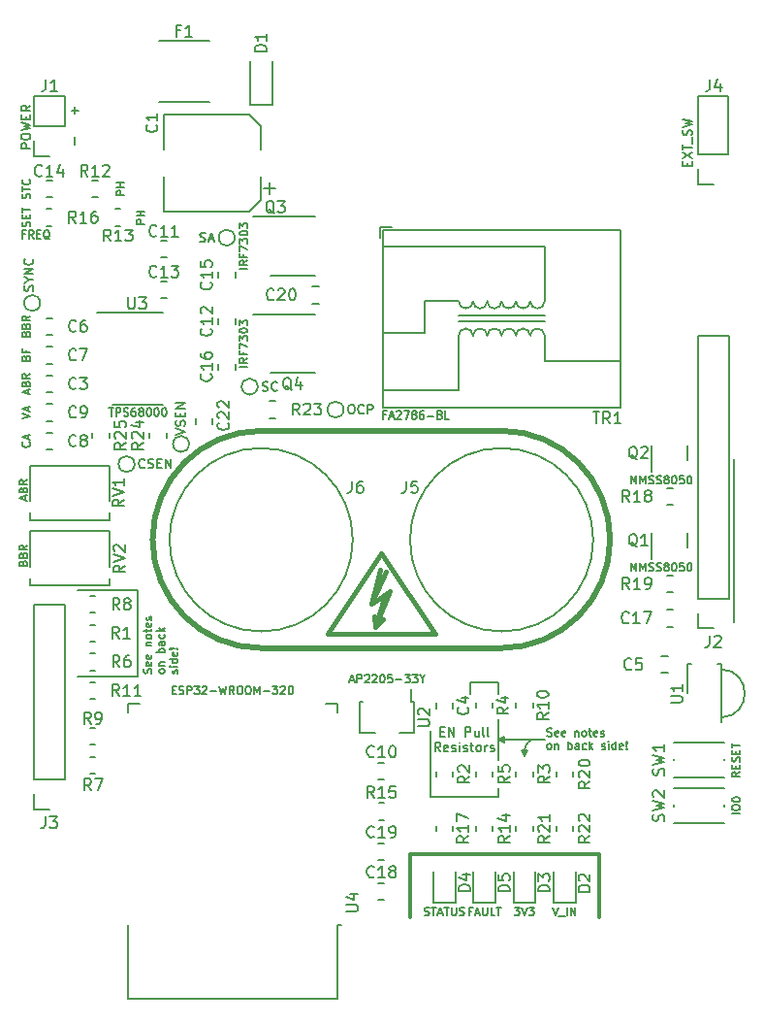
<source format=gbr>
%TF.GenerationSoftware,KiCad,Pcbnew,(6.0.0-0)*%
%TF.CreationDate,2022-04-04T00:03:27-05:00*%
%TF.ProjectId,SmartNeonPSU,536d6172-744e-4656-9f6e-5053552e6b69,rev?*%
%TF.SameCoordinates,Original*%
%TF.FileFunction,Legend,Top*%
%TF.FilePolarity,Positive*%
%FSLAX46Y46*%
G04 Gerber Fmt 4.6, Leading zero omitted, Abs format (unit mm)*
G04 Created by KiCad (PCBNEW (6.0.0-0)) date 2022-04-04 00:03:27*
%MOMM*%
%LPD*%
G01*
G04 APERTURE LIST*
%ADD10C,0.200000*%
%ADD11C,0.300000*%
%ADD12C,0.500000*%
%ADD13C,0.160000*%
%ADD14C,0.381000*%
G04 APERTURE END LIST*
D10*
X162500000Y-120200000D02*
X162500000Y-120700000D01*
X154250000Y-118500000D02*
X154250000Y-124249998D01*
X180778000Y-109000000D02*
X180778000Y-94800000D01*
D11*
X152500000Y-129250000D02*
X169000000Y-129250000D01*
D10*
X160250000Y-124249998D02*
X160250000Y-123499998D01*
X162250000Y-120200000D02*
X162500000Y-120700000D01*
X128750000Y-106170383D02*
X128750000Y-113700000D01*
X160750000Y-118950000D02*
X160750000Y-119450000D01*
X128750000Y-113700000D02*
X123500000Y-113700000D01*
X160250000Y-119200000D02*
X164250000Y-119200000D01*
D12*
X139500000Y-111250000D02*
X160500000Y-111250000D01*
X160500000Y-111250000D02*
G75*
G03*
X160500000Y-92298000I0J9476000D01*
G01*
D10*
X154250000Y-124249998D02*
X160250000Y-124249998D01*
D11*
X169000000Y-134750000D02*
X169000000Y-129250000D01*
D10*
X160250000Y-114249998D02*
X157750000Y-114249998D01*
X160250000Y-120999998D02*
X160250000Y-117499998D01*
D12*
X139500000Y-92298000D02*
X160500000Y-92298000D01*
D10*
X128750000Y-106170383D02*
X123500000Y-106170383D01*
X162750000Y-120200000D02*
X162250000Y-120200000D01*
X162500000Y-120700000D02*
X162750000Y-120200000D01*
X160750000Y-119450000D02*
X160250000Y-119200000D01*
D11*
X152500000Y-129250000D02*
X152500000Y-134750000D01*
D10*
X157750000Y-114249998D02*
X157750000Y-115249998D01*
X163500000Y-119200000D02*
G75*
G03*
X162500000Y-120200000I-1J-999999D01*
G01*
X160250000Y-119200000D02*
X160750000Y-118950000D01*
D12*
X139500000Y-92298000D02*
G75*
G03*
X139500000Y-111250000I0J-9476000D01*
G01*
D10*
X160250000Y-115249998D02*
X160250000Y-114249998D01*
D13*
X164487333Y-118919833D02*
X164587333Y-118953166D01*
X164754000Y-118953166D01*
X164820666Y-118919833D01*
X164854000Y-118886500D01*
X164887333Y-118819833D01*
X164887333Y-118753166D01*
X164854000Y-118686500D01*
X164820666Y-118653166D01*
X164754000Y-118619833D01*
X164620666Y-118586500D01*
X164554000Y-118553166D01*
X164520666Y-118519833D01*
X164487333Y-118453166D01*
X164487333Y-118386500D01*
X164520666Y-118319833D01*
X164554000Y-118286500D01*
X164620666Y-118253166D01*
X164787333Y-118253166D01*
X164887333Y-118286500D01*
X165454000Y-118919833D02*
X165387333Y-118953166D01*
X165254000Y-118953166D01*
X165187333Y-118919833D01*
X165154000Y-118853166D01*
X165154000Y-118586500D01*
X165187333Y-118519833D01*
X165254000Y-118486500D01*
X165387333Y-118486500D01*
X165454000Y-118519833D01*
X165487333Y-118586500D01*
X165487333Y-118653166D01*
X165154000Y-118719833D01*
X166054000Y-118919833D02*
X165987333Y-118953166D01*
X165854000Y-118953166D01*
X165787333Y-118919833D01*
X165754000Y-118853166D01*
X165754000Y-118586500D01*
X165787333Y-118519833D01*
X165854000Y-118486500D01*
X165987333Y-118486500D01*
X166054000Y-118519833D01*
X166087333Y-118586500D01*
X166087333Y-118653166D01*
X165754000Y-118719833D01*
X166920666Y-118486500D02*
X166920666Y-118953166D01*
X166920666Y-118553166D02*
X166954000Y-118519833D01*
X167020666Y-118486500D01*
X167120666Y-118486500D01*
X167187333Y-118519833D01*
X167220666Y-118586500D01*
X167220666Y-118953166D01*
X167654000Y-118953166D02*
X167587333Y-118919833D01*
X167554000Y-118886500D01*
X167520666Y-118819833D01*
X167520666Y-118619833D01*
X167554000Y-118553166D01*
X167587333Y-118519833D01*
X167654000Y-118486500D01*
X167754000Y-118486500D01*
X167820666Y-118519833D01*
X167854000Y-118553166D01*
X167887333Y-118619833D01*
X167887333Y-118819833D01*
X167854000Y-118886500D01*
X167820666Y-118919833D01*
X167754000Y-118953166D01*
X167654000Y-118953166D01*
X168087333Y-118486500D02*
X168354000Y-118486500D01*
X168187333Y-118253166D02*
X168187333Y-118853166D01*
X168220666Y-118919833D01*
X168287333Y-118953166D01*
X168354000Y-118953166D01*
X168854000Y-118919833D02*
X168787333Y-118953166D01*
X168654000Y-118953166D01*
X168587333Y-118919833D01*
X168554000Y-118853166D01*
X168554000Y-118586500D01*
X168587333Y-118519833D01*
X168654000Y-118486500D01*
X168787333Y-118486500D01*
X168854000Y-118519833D01*
X168887333Y-118586500D01*
X168887333Y-118653166D01*
X168554000Y-118719833D01*
X169154000Y-118919833D02*
X169220666Y-118953166D01*
X169354000Y-118953166D01*
X169420666Y-118919833D01*
X169454000Y-118853166D01*
X169454000Y-118819833D01*
X169420666Y-118753166D01*
X169354000Y-118719833D01*
X169254000Y-118719833D01*
X169187333Y-118686500D01*
X169154000Y-118619833D01*
X169154000Y-118586500D01*
X169187333Y-118519833D01*
X169254000Y-118486500D01*
X169354000Y-118486500D01*
X169420666Y-118519833D01*
X164620666Y-120080166D02*
X164554000Y-120046833D01*
X164520666Y-120013500D01*
X164487333Y-119946833D01*
X164487333Y-119746833D01*
X164520666Y-119680166D01*
X164554000Y-119646833D01*
X164620666Y-119613500D01*
X164720666Y-119613500D01*
X164787333Y-119646833D01*
X164820666Y-119680166D01*
X164854000Y-119746833D01*
X164854000Y-119946833D01*
X164820666Y-120013500D01*
X164787333Y-120046833D01*
X164720666Y-120080166D01*
X164620666Y-120080166D01*
X165154000Y-119613500D02*
X165154000Y-120080166D01*
X165154000Y-119680166D02*
X165187333Y-119646833D01*
X165254000Y-119613500D01*
X165354000Y-119613500D01*
X165420666Y-119646833D01*
X165454000Y-119713500D01*
X165454000Y-120080166D01*
X166320666Y-120080166D02*
X166320666Y-119380166D01*
X166320666Y-119646833D02*
X166387333Y-119613500D01*
X166520666Y-119613500D01*
X166587333Y-119646833D01*
X166620666Y-119680166D01*
X166654000Y-119746833D01*
X166654000Y-119946833D01*
X166620666Y-120013500D01*
X166587333Y-120046833D01*
X166520666Y-120080166D01*
X166387333Y-120080166D01*
X166320666Y-120046833D01*
X167254000Y-120080166D02*
X167254000Y-119713500D01*
X167220666Y-119646833D01*
X167154000Y-119613500D01*
X167020666Y-119613500D01*
X166954000Y-119646833D01*
X167254000Y-120046833D02*
X167187333Y-120080166D01*
X167020666Y-120080166D01*
X166954000Y-120046833D01*
X166920666Y-119980166D01*
X166920666Y-119913500D01*
X166954000Y-119846833D01*
X167020666Y-119813500D01*
X167187333Y-119813500D01*
X167254000Y-119780166D01*
X167887333Y-120046833D02*
X167820666Y-120080166D01*
X167687333Y-120080166D01*
X167620666Y-120046833D01*
X167587333Y-120013500D01*
X167554000Y-119946833D01*
X167554000Y-119746833D01*
X167587333Y-119680166D01*
X167620666Y-119646833D01*
X167687333Y-119613500D01*
X167820666Y-119613500D01*
X167887333Y-119646833D01*
X168187333Y-120080166D02*
X168187333Y-119380166D01*
X168254000Y-119813500D02*
X168454000Y-120080166D01*
X168454000Y-119613500D02*
X168187333Y-119880166D01*
X169254000Y-120046833D02*
X169320666Y-120080166D01*
X169454000Y-120080166D01*
X169520666Y-120046833D01*
X169554000Y-119980166D01*
X169554000Y-119946833D01*
X169520666Y-119880166D01*
X169454000Y-119846833D01*
X169354000Y-119846833D01*
X169287333Y-119813500D01*
X169254000Y-119746833D01*
X169254000Y-119713500D01*
X169287333Y-119646833D01*
X169354000Y-119613500D01*
X169454000Y-119613500D01*
X169520666Y-119646833D01*
X169854000Y-120080166D02*
X169854000Y-119613500D01*
X169854000Y-119380166D02*
X169820666Y-119413500D01*
X169854000Y-119446833D01*
X169887333Y-119413500D01*
X169854000Y-119380166D01*
X169854000Y-119446833D01*
X170487333Y-120080166D02*
X170487333Y-119380166D01*
X170487333Y-120046833D02*
X170420666Y-120080166D01*
X170287333Y-120080166D01*
X170220666Y-120046833D01*
X170187333Y-120013500D01*
X170154000Y-119946833D01*
X170154000Y-119746833D01*
X170187333Y-119680166D01*
X170220666Y-119646833D01*
X170287333Y-119613500D01*
X170420666Y-119613500D01*
X170487333Y-119646833D01*
X171087333Y-120046833D02*
X171020666Y-120080166D01*
X170887333Y-120080166D01*
X170820666Y-120046833D01*
X170787333Y-119980166D01*
X170787333Y-119713500D01*
X170820666Y-119646833D01*
X170887333Y-119613500D01*
X171020666Y-119613500D01*
X171087333Y-119646833D01*
X171120666Y-119713500D01*
X171120666Y-119780166D01*
X170787333Y-119846833D01*
X171420666Y-120013500D02*
X171454000Y-120046833D01*
X171420666Y-120080166D01*
X171387333Y-120046833D01*
X171420666Y-120013500D01*
X171420666Y-120080166D01*
X171420666Y-119813500D02*
X171387333Y-119413500D01*
X171420666Y-119380166D01*
X171454000Y-119413500D01*
X171420666Y-119813500D01*
X171420666Y-119380166D01*
X129906333Y-113462666D02*
X129939666Y-113362666D01*
X129939666Y-113196000D01*
X129906333Y-113129333D01*
X129873000Y-113096000D01*
X129806333Y-113062666D01*
X129739666Y-113062666D01*
X129673000Y-113096000D01*
X129639666Y-113129333D01*
X129606333Y-113196000D01*
X129573000Y-113329333D01*
X129539666Y-113396000D01*
X129506333Y-113429333D01*
X129439666Y-113462666D01*
X129373000Y-113462666D01*
X129306333Y-113429333D01*
X129273000Y-113396000D01*
X129239666Y-113329333D01*
X129239666Y-113162666D01*
X129273000Y-113062666D01*
X129906333Y-112496000D02*
X129939666Y-112562666D01*
X129939666Y-112696000D01*
X129906333Y-112762666D01*
X129839666Y-112796000D01*
X129573000Y-112796000D01*
X129506333Y-112762666D01*
X129473000Y-112696000D01*
X129473000Y-112562666D01*
X129506333Y-112496000D01*
X129573000Y-112462666D01*
X129639666Y-112462666D01*
X129706333Y-112796000D01*
X129906333Y-111896000D02*
X129939666Y-111962666D01*
X129939666Y-112096000D01*
X129906333Y-112162666D01*
X129839666Y-112196000D01*
X129573000Y-112196000D01*
X129506333Y-112162666D01*
X129473000Y-112096000D01*
X129473000Y-111962666D01*
X129506333Y-111896000D01*
X129573000Y-111862666D01*
X129639666Y-111862666D01*
X129706333Y-112196000D01*
X129473000Y-111029333D02*
X129939666Y-111029333D01*
X129539666Y-111029333D02*
X129506333Y-110996000D01*
X129473000Y-110929333D01*
X129473000Y-110829333D01*
X129506333Y-110762666D01*
X129573000Y-110729333D01*
X129939666Y-110729333D01*
X129939666Y-110296000D02*
X129906333Y-110362666D01*
X129873000Y-110396000D01*
X129806333Y-110429333D01*
X129606333Y-110429333D01*
X129539666Y-110396000D01*
X129506333Y-110362666D01*
X129473000Y-110296000D01*
X129473000Y-110196000D01*
X129506333Y-110129333D01*
X129539666Y-110096000D01*
X129606333Y-110062666D01*
X129806333Y-110062666D01*
X129873000Y-110096000D01*
X129906333Y-110129333D01*
X129939666Y-110196000D01*
X129939666Y-110296000D01*
X129473000Y-109862666D02*
X129473000Y-109596000D01*
X129239666Y-109762666D02*
X129839666Y-109762666D01*
X129906333Y-109729333D01*
X129939666Y-109662666D01*
X129939666Y-109596000D01*
X129906333Y-109096000D02*
X129939666Y-109162666D01*
X129939666Y-109296000D01*
X129906333Y-109362666D01*
X129839666Y-109396000D01*
X129573000Y-109396000D01*
X129506333Y-109362666D01*
X129473000Y-109296000D01*
X129473000Y-109162666D01*
X129506333Y-109096000D01*
X129573000Y-109062666D01*
X129639666Y-109062666D01*
X129706333Y-109396000D01*
X129906333Y-108796000D02*
X129939666Y-108729333D01*
X129939666Y-108596000D01*
X129906333Y-108529333D01*
X129839666Y-108496000D01*
X129806333Y-108496000D01*
X129739666Y-108529333D01*
X129706333Y-108596000D01*
X129706333Y-108696000D01*
X129673000Y-108762666D01*
X129606333Y-108796000D01*
X129573000Y-108796000D01*
X129506333Y-108762666D01*
X129473000Y-108696000D01*
X129473000Y-108596000D01*
X129506333Y-108529333D01*
X131066666Y-113329333D02*
X131033333Y-113396000D01*
X131000000Y-113429333D01*
X130933333Y-113462666D01*
X130733333Y-113462666D01*
X130666666Y-113429333D01*
X130633333Y-113396000D01*
X130600000Y-113329333D01*
X130600000Y-113229333D01*
X130633333Y-113162666D01*
X130666666Y-113129333D01*
X130733333Y-113096000D01*
X130933333Y-113096000D01*
X131000000Y-113129333D01*
X131033333Y-113162666D01*
X131066666Y-113229333D01*
X131066666Y-113329333D01*
X130600000Y-112796000D02*
X131066666Y-112796000D01*
X130666666Y-112796000D02*
X130633333Y-112762666D01*
X130600000Y-112696000D01*
X130600000Y-112596000D01*
X130633333Y-112529333D01*
X130700000Y-112496000D01*
X131066666Y-112496000D01*
X131066666Y-111629333D02*
X130366666Y-111629333D01*
X130633333Y-111629333D02*
X130600000Y-111562666D01*
X130600000Y-111429333D01*
X130633333Y-111362666D01*
X130666666Y-111329333D01*
X130733333Y-111296000D01*
X130933333Y-111296000D01*
X131000000Y-111329333D01*
X131033333Y-111362666D01*
X131066666Y-111429333D01*
X131066666Y-111562666D01*
X131033333Y-111629333D01*
X131066666Y-110696000D02*
X130700000Y-110696000D01*
X130633333Y-110729333D01*
X130600000Y-110796000D01*
X130600000Y-110929333D01*
X130633333Y-110996000D01*
X131033333Y-110696000D02*
X131066666Y-110762666D01*
X131066666Y-110929333D01*
X131033333Y-110996000D01*
X130966666Y-111029333D01*
X130900000Y-111029333D01*
X130833333Y-110996000D01*
X130800000Y-110929333D01*
X130800000Y-110762666D01*
X130766666Y-110696000D01*
X131033333Y-110062666D02*
X131066666Y-110129333D01*
X131066666Y-110262666D01*
X131033333Y-110329333D01*
X131000000Y-110362666D01*
X130933333Y-110396000D01*
X130733333Y-110396000D01*
X130666666Y-110362666D01*
X130633333Y-110329333D01*
X130600000Y-110262666D01*
X130600000Y-110129333D01*
X130633333Y-110062666D01*
X131066666Y-109762666D02*
X130366666Y-109762666D01*
X130800000Y-109696000D02*
X131066666Y-109496000D01*
X130600000Y-109496000D02*
X130866666Y-109762666D01*
X132160333Y-113462666D02*
X132193666Y-113396000D01*
X132193666Y-113262666D01*
X132160333Y-113196000D01*
X132093666Y-113162666D01*
X132060333Y-113162666D01*
X131993666Y-113196000D01*
X131960333Y-113262666D01*
X131960333Y-113362666D01*
X131927000Y-113429333D01*
X131860333Y-113462666D01*
X131827000Y-113462666D01*
X131760333Y-113429333D01*
X131727000Y-113362666D01*
X131727000Y-113262666D01*
X131760333Y-113196000D01*
X132193666Y-112862666D02*
X131727000Y-112862666D01*
X131493666Y-112862666D02*
X131527000Y-112896000D01*
X131560333Y-112862666D01*
X131527000Y-112829333D01*
X131493666Y-112862666D01*
X131560333Y-112862666D01*
X132193666Y-112229333D02*
X131493666Y-112229333D01*
X132160333Y-112229333D02*
X132193666Y-112296000D01*
X132193666Y-112429333D01*
X132160333Y-112496000D01*
X132127000Y-112529333D01*
X132060333Y-112562666D01*
X131860333Y-112562666D01*
X131793666Y-112529333D01*
X131760333Y-112496000D01*
X131727000Y-112429333D01*
X131727000Y-112296000D01*
X131760333Y-112229333D01*
X132160333Y-111629333D02*
X132193666Y-111696000D01*
X132193666Y-111829333D01*
X132160333Y-111896000D01*
X132093666Y-111929333D01*
X131827000Y-111929333D01*
X131760333Y-111896000D01*
X131727000Y-111829333D01*
X131727000Y-111696000D01*
X131760333Y-111629333D01*
X131827000Y-111596000D01*
X131893666Y-111596000D01*
X131960333Y-111929333D01*
X132127000Y-111296000D02*
X132160333Y-111262666D01*
X132193666Y-111296000D01*
X132160333Y-111329333D01*
X132127000Y-111296000D01*
X132193666Y-111296000D01*
X131927000Y-111296000D02*
X131527000Y-111329333D01*
X131493666Y-111296000D01*
X131527000Y-111262666D01*
X131927000Y-111296000D01*
X131493666Y-111296000D01*
X155173809Y-118548855D02*
X155440476Y-118548855D01*
X155554761Y-118967902D02*
X155173809Y-118967902D01*
X155173809Y-118167902D01*
X155554761Y-118167902D01*
X155897619Y-118967902D02*
X155897619Y-118167902D01*
X156354761Y-118967902D01*
X156354761Y-118167902D01*
X157345238Y-118967902D02*
X157345238Y-118167902D01*
X157650000Y-118167902D01*
X157726190Y-118205998D01*
X157764285Y-118244093D01*
X157802380Y-118320283D01*
X157802380Y-118434569D01*
X157764285Y-118510759D01*
X157726190Y-118548855D01*
X157650000Y-118586950D01*
X157345238Y-118586950D01*
X158488095Y-118434569D02*
X158488095Y-118967902D01*
X158145238Y-118434569D02*
X158145238Y-118853617D01*
X158183333Y-118929807D01*
X158259523Y-118967902D01*
X158373809Y-118967902D01*
X158450000Y-118929807D01*
X158488095Y-118891712D01*
X158983333Y-118967902D02*
X158907142Y-118929807D01*
X158869047Y-118853617D01*
X158869047Y-118167902D01*
X159402380Y-118967902D02*
X159326190Y-118929807D01*
X159288095Y-118853617D01*
X159288095Y-118167902D01*
X155154761Y-120255902D02*
X154888095Y-119874950D01*
X154697619Y-120255902D02*
X154697619Y-119455902D01*
X155002380Y-119455902D01*
X155078571Y-119493998D01*
X155116666Y-119532093D01*
X155154761Y-119608283D01*
X155154761Y-119722569D01*
X155116666Y-119798759D01*
X155078571Y-119836855D01*
X155002380Y-119874950D01*
X154697619Y-119874950D01*
X155802380Y-120217807D02*
X155726190Y-120255902D01*
X155573809Y-120255902D01*
X155497619Y-120217807D01*
X155459523Y-120141617D01*
X155459523Y-119836855D01*
X155497619Y-119760664D01*
X155573809Y-119722569D01*
X155726190Y-119722569D01*
X155802380Y-119760664D01*
X155840476Y-119836855D01*
X155840476Y-119913045D01*
X155459523Y-119989236D01*
X156145238Y-120217807D02*
X156221428Y-120255902D01*
X156373809Y-120255902D01*
X156450000Y-120217807D01*
X156488095Y-120141617D01*
X156488095Y-120103521D01*
X156450000Y-120027331D01*
X156373809Y-119989236D01*
X156259523Y-119989236D01*
X156183333Y-119951140D01*
X156145238Y-119874950D01*
X156145238Y-119836855D01*
X156183333Y-119760664D01*
X156259523Y-119722569D01*
X156373809Y-119722569D01*
X156450000Y-119760664D01*
X156830952Y-120255902D02*
X156830952Y-119722569D01*
X156830952Y-119455902D02*
X156792857Y-119493998D01*
X156830952Y-119532093D01*
X156869047Y-119493998D01*
X156830952Y-119455902D01*
X156830952Y-119532093D01*
X157173809Y-120217807D02*
X157250000Y-120255902D01*
X157402380Y-120255902D01*
X157478571Y-120217807D01*
X157516666Y-120141617D01*
X157516666Y-120103521D01*
X157478571Y-120027331D01*
X157402380Y-119989236D01*
X157288095Y-119989236D01*
X157211904Y-119951140D01*
X157173809Y-119874950D01*
X157173809Y-119836855D01*
X157211904Y-119760664D01*
X157288095Y-119722569D01*
X157402380Y-119722569D01*
X157478571Y-119760664D01*
X157745238Y-119722569D02*
X158050000Y-119722569D01*
X157859523Y-119455902D02*
X157859523Y-120141617D01*
X157897619Y-120217807D01*
X157973809Y-120255902D01*
X158050000Y-120255902D01*
X158430952Y-120255902D02*
X158354761Y-120217807D01*
X158316666Y-120179712D01*
X158278571Y-120103521D01*
X158278571Y-119874950D01*
X158316666Y-119798759D01*
X158354761Y-119760664D01*
X158430952Y-119722569D01*
X158545238Y-119722569D01*
X158621428Y-119760664D01*
X158659523Y-119798759D01*
X158697619Y-119874950D01*
X158697619Y-120103521D01*
X158659523Y-120179712D01*
X158621428Y-120217807D01*
X158545238Y-120255902D01*
X158430952Y-120255902D01*
X159040476Y-120255902D02*
X159040476Y-119722569D01*
X159040476Y-119874950D02*
X159078571Y-119798759D01*
X159116666Y-119760664D01*
X159192857Y-119722569D01*
X159269047Y-119722569D01*
X159497619Y-120217807D02*
X159573809Y-120255902D01*
X159726190Y-120255902D01*
X159802380Y-120217807D01*
X159840476Y-120141617D01*
X159840476Y-120103521D01*
X159802380Y-120027331D01*
X159726190Y-119989236D01*
X159611904Y-119989236D01*
X159535714Y-119951140D01*
X159497619Y-119874950D01*
X159497619Y-119836855D01*
X159535714Y-119760664D01*
X159611904Y-119722569D01*
X159726190Y-119722569D01*
X159802380Y-119760664D01*
D10*
%TO.C,R23*%
X142857142Y-90902380D02*
X142523809Y-90426190D01*
X142285714Y-90902380D02*
X142285714Y-89902380D01*
X142666666Y-89902380D01*
X142761904Y-89950000D01*
X142809523Y-89997619D01*
X142857142Y-90092857D01*
X142857142Y-90235714D01*
X142809523Y-90330952D01*
X142761904Y-90378571D01*
X142666666Y-90426190D01*
X142285714Y-90426190D01*
X143238095Y-89997619D02*
X143285714Y-89950000D01*
X143380952Y-89902380D01*
X143619047Y-89902380D01*
X143714285Y-89950000D01*
X143761904Y-89997619D01*
X143809523Y-90092857D01*
X143809523Y-90188095D01*
X143761904Y-90330952D01*
X143190476Y-90902380D01*
X143809523Y-90902380D01*
X144142857Y-89902380D02*
X144761904Y-89902380D01*
X144428571Y-90283333D01*
X144571428Y-90283333D01*
X144666666Y-90330952D01*
X144714285Y-90378571D01*
X144761904Y-90473809D01*
X144761904Y-90711904D01*
X144714285Y-90807142D01*
X144666666Y-90854761D01*
X144571428Y-90902380D01*
X144285714Y-90902380D01*
X144190476Y-90854761D01*
X144142857Y-90807142D01*
%TO.C,R4*%
X161102380Y-116416666D02*
X160626190Y-116750000D01*
X161102380Y-116988095D02*
X160102380Y-116988095D01*
X160102380Y-116607142D01*
X160150000Y-116511904D01*
X160197619Y-116464285D01*
X160292857Y-116416666D01*
X160435714Y-116416666D01*
X160530952Y-116464285D01*
X160578571Y-116511904D01*
X160626190Y-116607142D01*
X160626190Y-116988095D01*
X160435714Y-115559523D02*
X161102380Y-115559523D01*
X160054761Y-115797619D02*
X160769047Y-116035714D01*
X160769047Y-115416666D01*
%TO.C,U3*%
X127888095Y-80652380D02*
X127888095Y-81461904D01*
X127935714Y-81557142D01*
X127983333Y-81604761D01*
X128078571Y-81652380D01*
X128269047Y-81652380D01*
X128364285Y-81604761D01*
X128411904Y-81557142D01*
X128459523Y-81461904D01*
X128459523Y-80652380D01*
X128840476Y-80652380D02*
X129459523Y-80652380D01*
X129126190Y-81033333D01*
X129269047Y-81033333D01*
X129364285Y-81080952D01*
X129411904Y-81128571D01*
X129459523Y-81223809D01*
X129459523Y-81461904D01*
X129411904Y-81557142D01*
X129364285Y-81604761D01*
X129269047Y-81652380D01*
X128983333Y-81652380D01*
X128888095Y-81604761D01*
X128840476Y-81557142D01*
D13*
X126200000Y-90316666D02*
X126600000Y-90316666D01*
X126400000Y-91016666D02*
X126400000Y-90316666D01*
X126833333Y-91016666D02*
X126833333Y-90316666D01*
X127100000Y-90316666D01*
X127166666Y-90350000D01*
X127200000Y-90383333D01*
X127233333Y-90450000D01*
X127233333Y-90550000D01*
X127200000Y-90616666D01*
X127166666Y-90650000D01*
X127100000Y-90683333D01*
X126833333Y-90683333D01*
X127500000Y-90983333D02*
X127600000Y-91016666D01*
X127766666Y-91016666D01*
X127833333Y-90983333D01*
X127866666Y-90950000D01*
X127900000Y-90883333D01*
X127900000Y-90816666D01*
X127866666Y-90750000D01*
X127833333Y-90716666D01*
X127766666Y-90683333D01*
X127633333Y-90650000D01*
X127566666Y-90616666D01*
X127533333Y-90583333D01*
X127500000Y-90516666D01*
X127500000Y-90450000D01*
X127533333Y-90383333D01*
X127566666Y-90350000D01*
X127633333Y-90316666D01*
X127800000Y-90316666D01*
X127900000Y-90350000D01*
X128500000Y-90316666D02*
X128366666Y-90316666D01*
X128300000Y-90350000D01*
X128266666Y-90383333D01*
X128200000Y-90483333D01*
X128166666Y-90616666D01*
X128166666Y-90883333D01*
X128200000Y-90950000D01*
X128233333Y-90983333D01*
X128300000Y-91016666D01*
X128433333Y-91016666D01*
X128500000Y-90983333D01*
X128533333Y-90950000D01*
X128566666Y-90883333D01*
X128566666Y-90716666D01*
X128533333Y-90650000D01*
X128500000Y-90616666D01*
X128433333Y-90583333D01*
X128300000Y-90583333D01*
X128233333Y-90616666D01*
X128200000Y-90650000D01*
X128166666Y-90716666D01*
X128966666Y-90616666D02*
X128900000Y-90583333D01*
X128866666Y-90550000D01*
X128833333Y-90483333D01*
X128833333Y-90450000D01*
X128866666Y-90383333D01*
X128900000Y-90350000D01*
X128966666Y-90316666D01*
X129100000Y-90316666D01*
X129166666Y-90350000D01*
X129200000Y-90383333D01*
X129233333Y-90450000D01*
X129233333Y-90483333D01*
X129200000Y-90550000D01*
X129166666Y-90583333D01*
X129100000Y-90616666D01*
X128966666Y-90616666D01*
X128900000Y-90650000D01*
X128866666Y-90683333D01*
X128833333Y-90750000D01*
X128833333Y-90883333D01*
X128866666Y-90950000D01*
X128900000Y-90983333D01*
X128966666Y-91016666D01*
X129100000Y-91016666D01*
X129166666Y-90983333D01*
X129200000Y-90950000D01*
X129233333Y-90883333D01*
X129233333Y-90750000D01*
X129200000Y-90683333D01*
X129166666Y-90650000D01*
X129100000Y-90616666D01*
X129666666Y-90316666D02*
X129733333Y-90316666D01*
X129800000Y-90350000D01*
X129833333Y-90383333D01*
X129866666Y-90450000D01*
X129900000Y-90583333D01*
X129900000Y-90750000D01*
X129866666Y-90883333D01*
X129833333Y-90950000D01*
X129800000Y-90983333D01*
X129733333Y-91016666D01*
X129666666Y-91016666D01*
X129600000Y-90983333D01*
X129566666Y-90950000D01*
X129533333Y-90883333D01*
X129500000Y-90750000D01*
X129500000Y-90583333D01*
X129533333Y-90450000D01*
X129566666Y-90383333D01*
X129600000Y-90350000D01*
X129666666Y-90316666D01*
X130333333Y-90316666D02*
X130400000Y-90316666D01*
X130466666Y-90350000D01*
X130500000Y-90383333D01*
X130533333Y-90450000D01*
X130566666Y-90583333D01*
X130566666Y-90750000D01*
X130533333Y-90883333D01*
X130500000Y-90950000D01*
X130466666Y-90983333D01*
X130400000Y-91016666D01*
X130333333Y-91016666D01*
X130266666Y-90983333D01*
X130233333Y-90950000D01*
X130200000Y-90883333D01*
X130166666Y-90750000D01*
X130166666Y-90583333D01*
X130200000Y-90450000D01*
X130233333Y-90383333D01*
X130266666Y-90350000D01*
X130333333Y-90316666D01*
X131000000Y-90316666D02*
X131066666Y-90316666D01*
X131133333Y-90350000D01*
X131166666Y-90383333D01*
X131200000Y-90450000D01*
X131233333Y-90583333D01*
X131233333Y-90750000D01*
X131200000Y-90883333D01*
X131166666Y-90950000D01*
X131133333Y-90983333D01*
X131066666Y-91016666D01*
X131000000Y-91016666D01*
X130933333Y-90983333D01*
X130900000Y-90950000D01*
X130866666Y-90883333D01*
X130833333Y-90750000D01*
X130833333Y-90583333D01*
X130866666Y-90450000D01*
X130900000Y-90383333D01*
X130933333Y-90350000D01*
X131000000Y-90316666D01*
D10*
%TO.C,R8*%
X127143333Y-107902380D02*
X126810000Y-107426190D01*
X126571904Y-107902380D02*
X126571904Y-106902380D01*
X126952857Y-106902380D01*
X127048095Y-106950000D01*
X127095714Y-106997619D01*
X127143333Y-107092857D01*
X127143333Y-107235714D01*
X127095714Y-107330952D01*
X127048095Y-107378571D01*
X126952857Y-107426190D01*
X126571904Y-107426190D01*
X127714761Y-107330952D02*
X127619523Y-107283333D01*
X127571904Y-107235714D01*
X127524285Y-107140476D01*
X127524285Y-107092857D01*
X127571904Y-106997619D01*
X127619523Y-106950000D01*
X127714761Y-106902380D01*
X127905238Y-106902380D01*
X128000476Y-106950000D01*
X128048095Y-106997619D01*
X128095714Y-107092857D01*
X128095714Y-107140476D01*
X128048095Y-107235714D01*
X128000476Y-107283333D01*
X127905238Y-107330952D01*
X127714761Y-107330952D01*
X127619523Y-107378571D01*
X127571904Y-107426190D01*
X127524285Y-107521428D01*
X127524285Y-107711904D01*
X127571904Y-107807142D01*
X127619523Y-107854761D01*
X127714761Y-107902380D01*
X127905238Y-107902380D01*
X128000476Y-107854761D01*
X128048095Y-107807142D01*
X128095714Y-107711904D01*
X128095714Y-107521428D01*
X128048095Y-107426190D01*
X128000476Y-107378571D01*
X127905238Y-107330952D01*
%TO.C,SW2*%
X174654761Y-126333333D02*
X174702380Y-126190476D01*
X174702380Y-125952380D01*
X174654761Y-125857142D01*
X174607142Y-125809523D01*
X174511904Y-125761904D01*
X174416666Y-125761904D01*
X174321428Y-125809523D01*
X174273809Y-125857142D01*
X174226190Y-125952380D01*
X174178571Y-126142857D01*
X174130952Y-126238095D01*
X174083333Y-126285714D01*
X173988095Y-126333333D01*
X173892857Y-126333333D01*
X173797619Y-126285714D01*
X173750000Y-126238095D01*
X173702380Y-126142857D01*
X173702380Y-125904761D01*
X173750000Y-125761904D01*
X173702380Y-125428571D02*
X174702380Y-125190476D01*
X173988095Y-125000000D01*
X174702380Y-124809523D01*
X173702380Y-124571428D01*
X173797619Y-124238095D02*
X173750000Y-124190476D01*
X173702380Y-124095238D01*
X173702380Y-123857142D01*
X173750000Y-123761904D01*
X173797619Y-123714285D01*
X173892857Y-123666666D01*
X173988095Y-123666666D01*
X174130952Y-123714285D01*
X174702380Y-124285714D01*
X174702380Y-123666666D01*
D13*
X181316666Y-125699998D02*
X180616666Y-125699998D01*
X180616666Y-125233331D02*
X180616666Y-125099998D01*
X180650000Y-125033331D01*
X180716666Y-124966664D01*
X180850000Y-124933331D01*
X181083333Y-124933331D01*
X181216666Y-124966664D01*
X181283333Y-125033331D01*
X181316666Y-125099998D01*
X181316666Y-125233331D01*
X181283333Y-125299998D01*
X181216666Y-125366664D01*
X181083333Y-125399998D01*
X180850000Y-125399998D01*
X180716666Y-125366664D01*
X180650000Y-125299998D01*
X180616666Y-125233331D01*
X180616666Y-124499998D02*
X180616666Y-124433331D01*
X180650000Y-124366664D01*
X180683333Y-124333331D01*
X180750000Y-124299998D01*
X180883333Y-124266664D01*
X181050000Y-124266664D01*
X181183333Y-124299998D01*
X181250000Y-124333331D01*
X181283333Y-124366664D01*
X181316666Y-124433331D01*
X181316666Y-124499998D01*
X181283333Y-124566664D01*
X181250000Y-124599998D01*
X181183333Y-124633331D01*
X181050000Y-124666664D01*
X180883333Y-124666664D01*
X180750000Y-124633331D01*
X180683333Y-124599998D01*
X180650000Y-124566664D01*
X180616666Y-124499998D01*
D10*
%TO.C,R7*%
X124643333Y-123652380D02*
X124310000Y-123176190D01*
X124071904Y-123652380D02*
X124071904Y-122652380D01*
X124452857Y-122652380D01*
X124548095Y-122700000D01*
X124595714Y-122747619D01*
X124643333Y-122842857D01*
X124643333Y-122985714D01*
X124595714Y-123080952D01*
X124548095Y-123128571D01*
X124452857Y-123176190D01*
X124071904Y-123176190D01*
X124976666Y-122652380D02*
X125643333Y-122652380D01*
X125214761Y-123652380D01*
%TO.C,R14*%
X161202380Y-127642855D02*
X160726190Y-127976188D01*
X161202380Y-128214283D02*
X160202380Y-128214283D01*
X160202380Y-127833331D01*
X160250000Y-127738093D01*
X160297619Y-127690474D01*
X160392857Y-127642855D01*
X160535714Y-127642855D01*
X160630952Y-127690474D01*
X160678571Y-127738093D01*
X160726190Y-127833331D01*
X160726190Y-128214283D01*
X161202380Y-126690474D02*
X161202380Y-127261902D01*
X161202380Y-126976188D02*
X160202380Y-126976188D01*
X160345238Y-127071426D01*
X160440476Y-127166664D01*
X160488095Y-127261902D01*
X160535714Y-125833331D02*
X161202380Y-125833331D01*
X160154761Y-126071426D02*
X160869047Y-126309521D01*
X160869047Y-125690474D01*
%TO.C,Q2*%
X172344761Y-94777619D02*
X172249523Y-94730000D01*
X172154285Y-94634761D01*
X172011428Y-94491904D01*
X171916190Y-94444285D01*
X171820952Y-94444285D01*
X171868571Y-94682380D02*
X171773333Y-94634761D01*
X171678095Y-94539523D01*
X171630476Y-94349047D01*
X171630476Y-94015714D01*
X171678095Y-93825238D01*
X171773333Y-93730000D01*
X171868571Y-93682380D01*
X172059047Y-93682380D01*
X172154285Y-93730000D01*
X172249523Y-93825238D01*
X172297142Y-94015714D01*
X172297142Y-94349047D01*
X172249523Y-94539523D01*
X172154285Y-94634761D01*
X172059047Y-94682380D01*
X171868571Y-94682380D01*
X172678095Y-93777619D02*
X172725714Y-93730000D01*
X172820952Y-93682380D01*
X173059047Y-93682380D01*
X173154285Y-93730000D01*
X173201904Y-93777619D01*
X173249523Y-93872857D01*
X173249523Y-93968095D01*
X173201904Y-94110952D01*
X172630476Y-94682380D01*
X173249523Y-94682380D01*
D13*
X171806666Y-96916666D02*
X171806666Y-96216666D01*
X172040000Y-96716666D01*
X172273333Y-96216666D01*
X172273333Y-96916666D01*
X172606666Y-96916666D02*
X172606666Y-96216666D01*
X172840000Y-96716666D01*
X173073333Y-96216666D01*
X173073333Y-96916666D01*
X173373333Y-96883333D02*
X173473333Y-96916666D01*
X173640000Y-96916666D01*
X173706666Y-96883333D01*
X173740000Y-96850000D01*
X173773333Y-96783333D01*
X173773333Y-96716666D01*
X173740000Y-96650000D01*
X173706666Y-96616666D01*
X173640000Y-96583333D01*
X173506666Y-96550000D01*
X173440000Y-96516666D01*
X173406666Y-96483333D01*
X173373333Y-96416666D01*
X173373333Y-96350000D01*
X173406666Y-96283333D01*
X173440000Y-96250000D01*
X173506666Y-96216666D01*
X173673333Y-96216666D01*
X173773333Y-96250000D01*
X174040000Y-96883333D02*
X174140000Y-96916666D01*
X174306666Y-96916666D01*
X174373333Y-96883333D01*
X174406666Y-96850000D01*
X174440000Y-96783333D01*
X174440000Y-96716666D01*
X174406666Y-96650000D01*
X174373333Y-96616666D01*
X174306666Y-96583333D01*
X174173333Y-96550000D01*
X174106666Y-96516666D01*
X174073333Y-96483333D01*
X174040000Y-96416666D01*
X174040000Y-96350000D01*
X174073333Y-96283333D01*
X174106666Y-96250000D01*
X174173333Y-96216666D01*
X174340000Y-96216666D01*
X174440000Y-96250000D01*
X174840000Y-96516666D02*
X174773333Y-96483333D01*
X174740000Y-96450000D01*
X174706666Y-96383333D01*
X174706666Y-96350000D01*
X174740000Y-96283333D01*
X174773333Y-96250000D01*
X174840000Y-96216666D01*
X174973333Y-96216666D01*
X175040000Y-96250000D01*
X175073333Y-96283333D01*
X175106666Y-96350000D01*
X175106666Y-96383333D01*
X175073333Y-96450000D01*
X175040000Y-96483333D01*
X174973333Y-96516666D01*
X174840000Y-96516666D01*
X174773333Y-96550000D01*
X174740000Y-96583333D01*
X174706666Y-96650000D01*
X174706666Y-96783333D01*
X174740000Y-96850000D01*
X174773333Y-96883333D01*
X174840000Y-96916666D01*
X174973333Y-96916666D01*
X175040000Y-96883333D01*
X175073333Y-96850000D01*
X175106666Y-96783333D01*
X175106666Y-96650000D01*
X175073333Y-96583333D01*
X175040000Y-96550000D01*
X174973333Y-96516666D01*
X175540000Y-96216666D02*
X175606666Y-96216666D01*
X175673333Y-96250000D01*
X175706666Y-96283333D01*
X175740000Y-96350000D01*
X175773333Y-96483333D01*
X175773333Y-96650000D01*
X175740000Y-96783333D01*
X175706666Y-96850000D01*
X175673333Y-96883333D01*
X175606666Y-96916666D01*
X175540000Y-96916666D01*
X175473333Y-96883333D01*
X175440000Y-96850000D01*
X175406666Y-96783333D01*
X175373333Y-96650000D01*
X175373333Y-96483333D01*
X175406666Y-96350000D01*
X175440000Y-96283333D01*
X175473333Y-96250000D01*
X175540000Y-96216666D01*
X176406666Y-96216666D02*
X176073333Y-96216666D01*
X176040000Y-96550000D01*
X176073333Y-96516666D01*
X176140000Y-96483333D01*
X176306666Y-96483333D01*
X176373333Y-96516666D01*
X176406666Y-96550000D01*
X176440000Y-96616666D01*
X176440000Y-96783333D01*
X176406666Y-96850000D01*
X176373333Y-96883333D01*
X176306666Y-96916666D01*
X176140000Y-96916666D01*
X176073333Y-96883333D01*
X176040000Y-96850000D01*
X176873333Y-96216666D02*
X176940000Y-96216666D01*
X177006666Y-96250000D01*
X177040000Y-96283333D01*
X177073333Y-96350000D01*
X177106666Y-96483333D01*
X177106666Y-96650000D01*
X177073333Y-96783333D01*
X177040000Y-96850000D01*
X177006666Y-96883333D01*
X176940000Y-96916666D01*
X176873333Y-96916666D01*
X176806666Y-96883333D01*
X176773333Y-96850000D01*
X176740000Y-96783333D01*
X176706666Y-96650000D01*
X176706666Y-96483333D01*
X176740000Y-96350000D01*
X176773333Y-96283333D01*
X176806666Y-96250000D01*
X176873333Y-96216666D01*
D10*
%TO.C,U2*%
X153202380Y-118061904D02*
X154011904Y-118061904D01*
X154107142Y-118014285D01*
X154154761Y-117966666D01*
X154202380Y-117871428D01*
X154202380Y-117680952D01*
X154154761Y-117585714D01*
X154107142Y-117538095D01*
X154011904Y-117490476D01*
X153202380Y-117490476D01*
X153297619Y-117061904D02*
X153250000Y-117014285D01*
X153202380Y-116919047D01*
X153202380Y-116680952D01*
X153250000Y-116585714D01*
X153297619Y-116538095D01*
X153392857Y-116490476D01*
X153488095Y-116490476D01*
X153630952Y-116538095D01*
X154202380Y-117109523D01*
X154202380Y-116490476D01*
D13*
X147250000Y-114066666D02*
X147583333Y-114066666D01*
X147183333Y-114266666D02*
X147416666Y-113566666D01*
X147650000Y-114266666D01*
X147883333Y-114266666D02*
X147883333Y-113566666D01*
X148150000Y-113566666D01*
X148216666Y-113600000D01*
X148250000Y-113633333D01*
X148283333Y-113700000D01*
X148283333Y-113800000D01*
X148250000Y-113866666D01*
X148216666Y-113900000D01*
X148150000Y-113933333D01*
X147883333Y-113933333D01*
X148550000Y-113633333D02*
X148583333Y-113600000D01*
X148650000Y-113566666D01*
X148816666Y-113566666D01*
X148883333Y-113600000D01*
X148916666Y-113633333D01*
X148950000Y-113700000D01*
X148950000Y-113766666D01*
X148916666Y-113866666D01*
X148516666Y-114266666D01*
X148950000Y-114266666D01*
X149216666Y-113633333D02*
X149250000Y-113600000D01*
X149316666Y-113566666D01*
X149483333Y-113566666D01*
X149550000Y-113600000D01*
X149583333Y-113633333D01*
X149616666Y-113700000D01*
X149616666Y-113766666D01*
X149583333Y-113866666D01*
X149183333Y-114266666D01*
X149616666Y-114266666D01*
X150050000Y-113566666D02*
X150116666Y-113566666D01*
X150183333Y-113600000D01*
X150216666Y-113633333D01*
X150250000Y-113700000D01*
X150283333Y-113833333D01*
X150283333Y-114000000D01*
X150250000Y-114133333D01*
X150216666Y-114200000D01*
X150183333Y-114233333D01*
X150116666Y-114266666D01*
X150050000Y-114266666D01*
X149983333Y-114233333D01*
X149950000Y-114200000D01*
X149916666Y-114133333D01*
X149883333Y-114000000D01*
X149883333Y-113833333D01*
X149916666Y-113700000D01*
X149950000Y-113633333D01*
X149983333Y-113600000D01*
X150050000Y-113566666D01*
X150916666Y-113566666D02*
X150583333Y-113566666D01*
X150550000Y-113900000D01*
X150583333Y-113866666D01*
X150650000Y-113833333D01*
X150816666Y-113833333D01*
X150883333Y-113866666D01*
X150916666Y-113900000D01*
X150950000Y-113966666D01*
X150950000Y-114133333D01*
X150916666Y-114200000D01*
X150883333Y-114233333D01*
X150816666Y-114266666D01*
X150650000Y-114266666D01*
X150583333Y-114233333D01*
X150550000Y-114200000D01*
X151250000Y-114000000D02*
X151783333Y-114000000D01*
X152050000Y-113566666D02*
X152483333Y-113566666D01*
X152250000Y-113833333D01*
X152350000Y-113833333D01*
X152416666Y-113866666D01*
X152450000Y-113900000D01*
X152483333Y-113966666D01*
X152483333Y-114133333D01*
X152450000Y-114200000D01*
X152416666Y-114233333D01*
X152350000Y-114266666D01*
X152150000Y-114266666D01*
X152083333Y-114233333D01*
X152050000Y-114200000D01*
X152716666Y-113566666D02*
X153150000Y-113566666D01*
X152916666Y-113833333D01*
X153016666Y-113833333D01*
X153083333Y-113866666D01*
X153116666Y-113900000D01*
X153150000Y-113966666D01*
X153150000Y-114133333D01*
X153116666Y-114200000D01*
X153083333Y-114233333D01*
X153016666Y-114266666D01*
X152816666Y-114266666D01*
X152750000Y-114233333D01*
X152716666Y-114200000D01*
X153583333Y-113933333D02*
X153583333Y-114266666D01*
X153350000Y-113566666D02*
X153583333Y-113933333D01*
X153816666Y-113566666D01*
D10*
%TO.C,C4*%
X157537142Y-116416666D02*
X157584761Y-116464285D01*
X157632380Y-116607142D01*
X157632380Y-116702380D01*
X157584761Y-116845238D01*
X157489523Y-116940476D01*
X157394285Y-116988095D01*
X157203809Y-117035714D01*
X157060952Y-117035714D01*
X156870476Y-116988095D01*
X156775238Y-116940476D01*
X156680000Y-116845238D01*
X156632380Y-116702380D01*
X156632380Y-116607142D01*
X156680000Y-116464285D01*
X156727619Y-116416666D01*
X156965714Y-115559523D02*
X157632380Y-115559523D01*
X156584761Y-115797619D02*
X157299047Y-116035714D01*
X157299047Y-115416666D01*
%TO.C,R2*%
X157702380Y-122416664D02*
X157226190Y-122749998D01*
X157702380Y-122988093D02*
X156702380Y-122988093D01*
X156702380Y-122607140D01*
X156750000Y-122511902D01*
X156797619Y-122464283D01*
X156892857Y-122416664D01*
X157035714Y-122416664D01*
X157130952Y-122464283D01*
X157178571Y-122511902D01*
X157226190Y-122607140D01*
X157226190Y-122988093D01*
X156797619Y-122035712D02*
X156750000Y-121988093D01*
X156702380Y-121892855D01*
X156702380Y-121654759D01*
X156750000Y-121559521D01*
X156797619Y-121511902D01*
X156892857Y-121464283D01*
X156988095Y-121464283D01*
X157130952Y-121511902D01*
X157702380Y-122083331D01*
X157702380Y-121464283D01*
%TO.C,R1*%
X127083333Y-110402380D02*
X126750000Y-109926190D01*
X126511904Y-110402380D02*
X126511904Y-109402380D01*
X126892857Y-109402380D01*
X126988095Y-109450000D01*
X127035714Y-109497619D01*
X127083333Y-109592857D01*
X127083333Y-109735714D01*
X127035714Y-109830952D01*
X126988095Y-109878571D01*
X126892857Y-109926190D01*
X126511904Y-109926190D01*
X128035714Y-110402380D02*
X127464285Y-110402380D01*
X127750000Y-110402380D02*
X127750000Y-109402380D01*
X127654761Y-109545238D01*
X127559523Y-109640476D01*
X127464285Y-109688095D01*
%TO.C,C3*%
X123333333Y-88557142D02*
X123285714Y-88604761D01*
X123142857Y-88652380D01*
X123047619Y-88652380D01*
X122904761Y-88604761D01*
X122809523Y-88509523D01*
X122761904Y-88414285D01*
X122714285Y-88223809D01*
X122714285Y-88080952D01*
X122761904Y-87890476D01*
X122809523Y-87795238D01*
X122904761Y-87700000D01*
X123047619Y-87652380D01*
X123142857Y-87652380D01*
X123285714Y-87700000D01*
X123333333Y-87747619D01*
X123666666Y-87652380D02*
X124285714Y-87652380D01*
X123952380Y-88033333D01*
X124095238Y-88033333D01*
X124190476Y-88080952D01*
X124238095Y-88128571D01*
X124285714Y-88223809D01*
X124285714Y-88461904D01*
X124238095Y-88557142D01*
X124190476Y-88604761D01*
X124095238Y-88652380D01*
X123809523Y-88652380D01*
X123714285Y-88604761D01*
X123666666Y-88557142D01*
D13*
X119116666Y-89066666D02*
X119116666Y-88733333D01*
X119316666Y-89133333D02*
X118616666Y-88900000D01*
X119316666Y-88666666D01*
X118950000Y-88200000D02*
X118983333Y-88100000D01*
X119016666Y-88066666D01*
X119083333Y-88033333D01*
X119183333Y-88033333D01*
X119250000Y-88066666D01*
X119283333Y-88100000D01*
X119316666Y-88166666D01*
X119316666Y-88433333D01*
X118616666Y-88433333D01*
X118616666Y-88200000D01*
X118650000Y-88133333D01*
X118683333Y-88100000D01*
X118750000Y-88066666D01*
X118816666Y-88066666D01*
X118883333Y-88100000D01*
X118916666Y-88133333D01*
X118950000Y-88200000D01*
X118950000Y-88433333D01*
X119316666Y-87333333D02*
X118983333Y-87566666D01*
X119316666Y-87733333D02*
X118616666Y-87733333D01*
X118616666Y-87466666D01*
X118650000Y-87400000D01*
X118683333Y-87366666D01*
X118750000Y-87333333D01*
X118850000Y-87333333D01*
X118916666Y-87366666D01*
X118950000Y-87400000D01*
X118983333Y-87466666D01*
X118983333Y-87733333D01*
D10*
%TO.C,J5*%
X152166666Y-96702380D02*
X152166666Y-97416666D01*
X152119047Y-97559523D01*
X152023809Y-97654761D01*
X151880952Y-97702380D01*
X151785714Y-97702380D01*
X153119047Y-96702380D02*
X152642857Y-96702380D01*
X152595238Y-97178571D01*
X152642857Y-97130952D01*
X152738095Y-97083333D01*
X152976190Y-97083333D01*
X153071428Y-97130952D01*
X153119047Y-97178571D01*
X153166666Y-97273809D01*
X153166666Y-97511904D01*
X153119047Y-97607142D01*
X153071428Y-97654761D01*
X152976190Y-97702380D01*
X152738095Y-97702380D01*
X152642857Y-97654761D01*
X152595238Y-97607142D01*
D13*
%TO.C,TP6*%
X139621428Y-88773809D02*
X139735714Y-88811904D01*
X139926190Y-88811904D01*
X140002380Y-88773809D01*
X140040476Y-88735714D01*
X140078571Y-88659523D01*
X140078571Y-88583333D01*
X140040476Y-88507142D01*
X140002380Y-88469047D01*
X139926190Y-88430952D01*
X139773809Y-88392857D01*
X139697619Y-88354761D01*
X139659523Y-88316666D01*
X139621428Y-88240476D01*
X139621428Y-88164285D01*
X139659523Y-88088095D01*
X139697619Y-88050000D01*
X139773809Y-88011904D01*
X139964285Y-88011904D01*
X140078571Y-88050000D01*
X140878571Y-88735714D02*
X140840476Y-88773809D01*
X140726190Y-88811904D01*
X140650000Y-88811904D01*
X140535714Y-88773809D01*
X140459523Y-88697619D01*
X140421428Y-88621428D01*
X140383333Y-88469047D01*
X140383333Y-88354761D01*
X140421428Y-88202380D01*
X140459523Y-88126190D01*
X140535714Y-88050000D01*
X140650000Y-88011904D01*
X140726190Y-88011904D01*
X140840476Y-88050000D01*
X140878571Y-88088095D01*
D10*
%TO.C,Q4*%
X142154761Y-88747619D02*
X142059523Y-88700000D01*
X141964285Y-88604761D01*
X141821428Y-88461904D01*
X141726190Y-88414285D01*
X141630952Y-88414285D01*
X141678571Y-88652380D02*
X141583333Y-88604761D01*
X141488095Y-88509523D01*
X141440476Y-88319047D01*
X141440476Y-87985714D01*
X141488095Y-87795238D01*
X141583333Y-87700000D01*
X141678571Y-87652380D01*
X141869047Y-87652380D01*
X141964285Y-87700000D01*
X142059523Y-87795238D01*
X142107142Y-87985714D01*
X142107142Y-88319047D01*
X142059523Y-88509523D01*
X141964285Y-88604761D01*
X141869047Y-88652380D01*
X141678571Y-88652380D01*
X142964285Y-87985714D02*
X142964285Y-88652380D01*
X142726190Y-87604761D02*
X142488095Y-88319047D01*
X143107142Y-88319047D01*
D13*
X138316666Y-86683333D02*
X137616666Y-86683333D01*
X138316666Y-85950000D02*
X137983333Y-86183333D01*
X138316666Y-86350000D02*
X137616666Y-86350000D01*
X137616666Y-86083333D01*
X137650000Y-86016666D01*
X137683333Y-85983333D01*
X137750000Y-85950000D01*
X137850000Y-85950000D01*
X137916666Y-85983333D01*
X137950000Y-86016666D01*
X137983333Y-86083333D01*
X137983333Y-86350000D01*
X137950000Y-85416666D02*
X137950000Y-85650000D01*
X138316666Y-85650000D02*
X137616666Y-85650000D01*
X137616666Y-85316666D01*
X137616666Y-85116666D02*
X137616666Y-84650000D01*
X138316666Y-84950000D01*
X137616666Y-84450000D02*
X137616666Y-84016666D01*
X137883333Y-84250000D01*
X137883333Y-84150000D01*
X137916666Y-84083333D01*
X137950000Y-84050000D01*
X138016666Y-84016666D01*
X138183333Y-84016666D01*
X138250000Y-84050000D01*
X138283333Y-84083333D01*
X138316666Y-84150000D01*
X138316666Y-84350000D01*
X138283333Y-84416666D01*
X138250000Y-84450000D01*
X137616666Y-83583333D02*
X137616666Y-83516666D01*
X137650000Y-83450000D01*
X137683333Y-83416666D01*
X137750000Y-83383333D01*
X137883333Y-83350000D01*
X138050000Y-83350000D01*
X138183333Y-83383333D01*
X138250000Y-83416666D01*
X138283333Y-83450000D01*
X138316666Y-83516666D01*
X138316666Y-83583333D01*
X138283333Y-83650000D01*
X138250000Y-83683333D01*
X138183333Y-83716666D01*
X138050000Y-83750000D01*
X137883333Y-83750000D01*
X137750000Y-83716666D01*
X137683333Y-83683333D01*
X137650000Y-83650000D01*
X137616666Y-83583333D01*
X137616666Y-83116666D02*
X137616666Y-82683333D01*
X137883333Y-82916666D01*
X137883333Y-82816666D01*
X137916666Y-82750000D01*
X137950000Y-82716666D01*
X138016666Y-82683333D01*
X138183333Y-82683333D01*
X138250000Y-82716666D01*
X138283333Y-82750000D01*
X138316666Y-82816666D01*
X138316666Y-83016666D01*
X138283333Y-83083333D01*
X138250000Y-83116666D01*
D10*
%TO.C,U1*%
X175277380Y-116001904D02*
X176086904Y-116001904D01*
X176182142Y-115954285D01*
X176229761Y-115906666D01*
X176277380Y-115811428D01*
X176277380Y-115620952D01*
X176229761Y-115525714D01*
X176182142Y-115478095D01*
X176086904Y-115430476D01*
X175277380Y-115430476D01*
X176277380Y-114430476D02*
X176277380Y-115001904D01*
X176277380Y-114716190D02*
X175277380Y-114716190D01*
X175420238Y-114811428D01*
X175515476Y-114906666D01*
X175563095Y-115001904D01*
%TO.C,C8*%
X123333333Y-93557142D02*
X123285714Y-93604761D01*
X123142857Y-93652380D01*
X123047619Y-93652380D01*
X122904761Y-93604761D01*
X122809523Y-93509523D01*
X122761904Y-93414285D01*
X122714285Y-93223809D01*
X122714285Y-93080952D01*
X122761904Y-92890476D01*
X122809523Y-92795238D01*
X122904761Y-92700000D01*
X123047619Y-92652380D01*
X123142857Y-92652380D01*
X123285714Y-92700000D01*
X123333333Y-92747619D01*
X123904761Y-93080952D02*
X123809523Y-93033333D01*
X123761904Y-92985714D01*
X123714285Y-92890476D01*
X123714285Y-92842857D01*
X123761904Y-92747619D01*
X123809523Y-92700000D01*
X123904761Y-92652380D01*
X124095238Y-92652380D01*
X124190476Y-92700000D01*
X124238095Y-92747619D01*
X124285714Y-92842857D01*
X124285714Y-92890476D01*
X124238095Y-92985714D01*
X124190476Y-93033333D01*
X124095238Y-93080952D01*
X123904761Y-93080952D01*
X123809523Y-93128571D01*
X123761904Y-93176190D01*
X123714285Y-93271428D01*
X123714285Y-93461904D01*
X123761904Y-93557142D01*
X123809523Y-93604761D01*
X123904761Y-93652380D01*
X124095238Y-93652380D01*
X124190476Y-93604761D01*
X124238095Y-93557142D01*
X124285714Y-93461904D01*
X124285714Y-93271428D01*
X124238095Y-93176190D01*
X124190476Y-93128571D01*
X124095238Y-93080952D01*
D13*
X119250000Y-93283333D02*
X119283333Y-93316666D01*
X119316666Y-93416666D01*
X119316666Y-93483333D01*
X119283333Y-93583333D01*
X119216666Y-93650000D01*
X119150000Y-93683333D01*
X119016666Y-93716666D01*
X118916666Y-93716666D01*
X118783333Y-93683333D01*
X118716666Y-93650000D01*
X118650000Y-93583333D01*
X118616666Y-93483333D01*
X118616666Y-93416666D01*
X118650000Y-93316666D01*
X118683333Y-93283333D01*
X119116666Y-93016666D02*
X119116666Y-92683333D01*
X119316666Y-93083333D02*
X118616666Y-92850000D01*
X119316666Y-92616666D01*
D10*
%TO.C,R19*%
X171657142Y-106112380D02*
X171323809Y-105636190D01*
X171085714Y-106112380D02*
X171085714Y-105112380D01*
X171466666Y-105112380D01*
X171561904Y-105160000D01*
X171609523Y-105207619D01*
X171657142Y-105302857D01*
X171657142Y-105445714D01*
X171609523Y-105540952D01*
X171561904Y-105588571D01*
X171466666Y-105636190D01*
X171085714Y-105636190D01*
X172609523Y-106112380D02*
X172038095Y-106112380D01*
X172323809Y-106112380D02*
X172323809Y-105112380D01*
X172228571Y-105255238D01*
X172133333Y-105350476D01*
X172038095Y-105398095D01*
X173085714Y-106112380D02*
X173276190Y-106112380D01*
X173371428Y-106064761D01*
X173419047Y-106017142D01*
X173514285Y-105874285D01*
X173561904Y-105683809D01*
X173561904Y-105302857D01*
X173514285Y-105207619D01*
X173466666Y-105160000D01*
X173371428Y-105112380D01*
X173180952Y-105112380D01*
X173085714Y-105160000D01*
X173038095Y-105207619D01*
X172990476Y-105302857D01*
X172990476Y-105540952D01*
X173038095Y-105636190D01*
X173085714Y-105683809D01*
X173180952Y-105731428D01*
X173371428Y-105731428D01*
X173466666Y-105683809D01*
X173514285Y-105636190D01*
X173561904Y-105540952D01*
%TO.C,R6*%
X127143333Y-112902380D02*
X126810000Y-112426190D01*
X126571904Y-112902380D02*
X126571904Y-111902380D01*
X126952857Y-111902380D01*
X127048095Y-111950000D01*
X127095714Y-111997619D01*
X127143333Y-112092857D01*
X127143333Y-112235714D01*
X127095714Y-112330952D01*
X127048095Y-112378571D01*
X126952857Y-112426190D01*
X126571904Y-112426190D01*
X128000476Y-111902380D02*
X127810000Y-111902380D01*
X127714761Y-111950000D01*
X127667142Y-111997619D01*
X127571904Y-112140476D01*
X127524285Y-112330952D01*
X127524285Y-112711904D01*
X127571904Y-112807142D01*
X127619523Y-112854761D01*
X127714761Y-112902380D01*
X127905238Y-112902380D01*
X128000476Y-112854761D01*
X128048095Y-112807142D01*
X128095714Y-112711904D01*
X128095714Y-112473809D01*
X128048095Y-112378571D01*
X128000476Y-112330952D01*
X127905238Y-112283333D01*
X127714761Y-112283333D01*
X127619523Y-112330952D01*
X127571904Y-112378571D01*
X127524285Y-112473809D01*
%TO.C,R24*%
X129202380Y-93342857D02*
X128726190Y-93676190D01*
X129202380Y-93914285D02*
X128202380Y-93914285D01*
X128202380Y-93533333D01*
X128250000Y-93438095D01*
X128297619Y-93390476D01*
X128392857Y-93342857D01*
X128535714Y-93342857D01*
X128630952Y-93390476D01*
X128678571Y-93438095D01*
X128726190Y-93533333D01*
X128726190Y-93914285D01*
X128297619Y-92961904D02*
X128250000Y-92914285D01*
X128202380Y-92819047D01*
X128202380Y-92580952D01*
X128250000Y-92485714D01*
X128297619Y-92438095D01*
X128392857Y-92390476D01*
X128488095Y-92390476D01*
X128630952Y-92438095D01*
X129202380Y-93009523D01*
X129202380Y-92390476D01*
X128535714Y-91533333D02*
X129202380Y-91533333D01*
X128154761Y-91771428D02*
X128869047Y-92009523D01*
X128869047Y-91390476D01*
%TO.C,D3*%
X164702380Y-132483320D02*
X163702380Y-132483320D01*
X163702380Y-132245225D01*
X163750000Y-132102367D01*
X163845238Y-132007129D01*
X163940476Y-131959510D01*
X164130952Y-131911891D01*
X164273809Y-131911891D01*
X164464285Y-131959510D01*
X164559523Y-132007129D01*
X164654761Y-132102367D01*
X164702380Y-132245225D01*
X164702380Y-132483320D01*
X163702380Y-131578558D02*
X163702380Y-130959510D01*
X164083333Y-131292844D01*
X164083333Y-131149986D01*
X164130952Y-131054748D01*
X164178571Y-131007129D01*
X164273809Y-130959510D01*
X164511904Y-130959510D01*
X164607142Y-131007129D01*
X164654761Y-131054748D01*
X164702380Y-131149986D01*
X164702380Y-131435701D01*
X164654761Y-131530939D01*
X164607142Y-131578558D01*
D13*
X161633331Y-133861893D02*
X162066664Y-133861893D01*
X161833331Y-134128560D01*
X161933331Y-134128560D01*
X161999998Y-134161893D01*
X162033331Y-134195227D01*
X162066664Y-134261893D01*
X162066664Y-134428560D01*
X162033331Y-134495227D01*
X161999998Y-134528560D01*
X161933331Y-134561893D01*
X161733331Y-134561893D01*
X161666664Y-134528560D01*
X161633331Y-134495227D01*
X162266664Y-133861893D02*
X162499998Y-134561893D01*
X162733331Y-133861893D01*
X162899998Y-133861893D02*
X163333331Y-133861893D01*
X163099998Y-134128560D01*
X163199998Y-134128560D01*
X163266664Y-134161893D01*
X163299998Y-134195227D01*
X163333331Y-134261893D01*
X163333331Y-134428560D01*
X163299998Y-134495227D01*
X163266664Y-134528560D01*
X163199998Y-134561893D01*
X162999998Y-134561893D01*
X162933331Y-134528560D01*
X162899998Y-134495227D01*
%TO.C,TP5*%
X134178571Y-75773809D02*
X134292857Y-75811904D01*
X134483333Y-75811904D01*
X134559523Y-75773809D01*
X134597619Y-75735714D01*
X134635714Y-75659523D01*
X134635714Y-75583333D01*
X134597619Y-75507142D01*
X134559523Y-75469047D01*
X134483333Y-75430952D01*
X134330952Y-75392857D01*
X134254761Y-75354761D01*
X134216666Y-75316666D01*
X134178571Y-75240476D01*
X134178571Y-75164285D01*
X134216666Y-75088095D01*
X134254761Y-75050000D01*
X134330952Y-75011904D01*
X134521428Y-75011904D01*
X134635714Y-75050000D01*
X134940476Y-75583333D02*
X135321428Y-75583333D01*
X134864285Y-75811904D02*
X135130952Y-75011904D01*
X135397619Y-75811904D01*
D10*
%TO.C,C11*%
X130357142Y-75257142D02*
X130309523Y-75304761D01*
X130166666Y-75352380D01*
X130071428Y-75352380D01*
X129928571Y-75304761D01*
X129833333Y-75209523D01*
X129785714Y-75114285D01*
X129738095Y-74923809D01*
X129738095Y-74780952D01*
X129785714Y-74590476D01*
X129833333Y-74495238D01*
X129928571Y-74400000D01*
X130071428Y-74352380D01*
X130166666Y-74352380D01*
X130309523Y-74400000D01*
X130357142Y-74447619D01*
X131309523Y-75352380D02*
X130738095Y-75352380D01*
X131023809Y-75352380D02*
X131023809Y-74352380D01*
X130928571Y-74495238D01*
X130833333Y-74590476D01*
X130738095Y-74638095D01*
X132261904Y-75352380D02*
X131690476Y-75352380D01*
X131976190Y-75352380D02*
X131976190Y-74352380D01*
X131880952Y-74495238D01*
X131785714Y-74590476D01*
X131690476Y-74638095D01*
%TO.C,R3*%
X164702380Y-122416664D02*
X164226190Y-122749998D01*
X164702380Y-122988093D02*
X163702380Y-122988093D01*
X163702380Y-122607140D01*
X163750000Y-122511902D01*
X163797619Y-122464283D01*
X163892857Y-122416664D01*
X164035714Y-122416664D01*
X164130952Y-122464283D01*
X164178571Y-122511902D01*
X164226190Y-122607140D01*
X164226190Y-122988093D01*
X163702380Y-122083331D02*
X163702380Y-121464283D01*
X164083333Y-121797617D01*
X164083333Y-121654759D01*
X164130952Y-121559521D01*
X164178571Y-121511902D01*
X164273809Y-121464283D01*
X164511904Y-121464283D01*
X164607142Y-121511902D01*
X164654761Y-121559521D01*
X164702380Y-121654759D01*
X164702380Y-121940474D01*
X164654761Y-122035712D01*
X164607142Y-122083331D01*
%TO.C,R17*%
X157602380Y-127642857D02*
X157126190Y-127976190D01*
X157602380Y-128214285D02*
X156602380Y-128214285D01*
X156602380Y-127833333D01*
X156650000Y-127738095D01*
X156697619Y-127690476D01*
X156792857Y-127642857D01*
X156935714Y-127642857D01*
X157030952Y-127690476D01*
X157078571Y-127738095D01*
X157126190Y-127833333D01*
X157126190Y-128214285D01*
X157602380Y-126690476D02*
X157602380Y-127261904D01*
X157602380Y-126976190D02*
X156602380Y-126976190D01*
X156745238Y-127071428D01*
X156840476Y-127166666D01*
X156888095Y-127261904D01*
X156602380Y-126357142D02*
X156602380Y-125690476D01*
X157602380Y-126119047D01*
%TO.C,C7*%
X123333333Y-86057142D02*
X123285714Y-86104761D01*
X123142857Y-86152380D01*
X123047619Y-86152380D01*
X122904761Y-86104761D01*
X122809523Y-86009523D01*
X122761904Y-85914285D01*
X122714285Y-85723809D01*
X122714285Y-85580952D01*
X122761904Y-85390476D01*
X122809523Y-85295238D01*
X122904761Y-85200000D01*
X123047619Y-85152380D01*
X123142857Y-85152380D01*
X123285714Y-85200000D01*
X123333333Y-85247619D01*
X123666666Y-85152380D02*
X124333333Y-85152380D01*
X123904761Y-86152380D01*
D13*
X118950000Y-85950000D02*
X118983333Y-85850000D01*
X119016666Y-85816666D01*
X119083333Y-85783333D01*
X119183333Y-85783333D01*
X119250000Y-85816666D01*
X119283333Y-85850000D01*
X119316666Y-85916666D01*
X119316666Y-86183333D01*
X118616666Y-86183333D01*
X118616666Y-85950000D01*
X118650000Y-85883333D01*
X118683333Y-85850000D01*
X118750000Y-85816666D01*
X118816666Y-85816666D01*
X118883333Y-85850000D01*
X118916666Y-85883333D01*
X118950000Y-85950000D01*
X118950000Y-86183333D01*
X118950000Y-85250000D02*
X118950000Y-85483333D01*
X119316666Y-85483333D02*
X118616666Y-85483333D01*
X118616666Y-85150000D01*
D10*
%TO.C,C14*%
X120357142Y-70007142D02*
X120309523Y-70054761D01*
X120166666Y-70102380D01*
X120071428Y-70102380D01*
X119928571Y-70054761D01*
X119833333Y-69959523D01*
X119785714Y-69864285D01*
X119738095Y-69673809D01*
X119738095Y-69530952D01*
X119785714Y-69340476D01*
X119833333Y-69245238D01*
X119928571Y-69150000D01*
X120071428Y-69102380D01*
X120166666Y-69102380D01*
X120309523Y-69150000D01*
X120357142Y-69197619D01*
X121309523Y-70102380D02*
X120738095Y-70102380D01*
X121023809Y-70102380D02*
X121023809Y-69102380D01*
X120928571Y-69245238D01*
X120833333Y-69340476D01*
X120738095Y-69388095D01*
X122166666Y-69435714D02*
X122166666Y-70102380D01*
X121928571Y-69054761D02*
X121690476Y-69769047D01*
X122309523Y-69769047D01*
D13*
X119283333Y-72016666D02*
X119316666Y-71916666D01*
X119316666Y-71750000D01*
X119283333Y-71683333D01*
X119250000Y-71650000D01*
X119183333Y-71616666D01*
X119116666Y-71616666D01*
X119050000Y-71650000D01*
X119016666Y-71683333D01*
X118983333Y-71750000D01*
X118950000Y-71883333D01*
X118916666Y-71950000D01*
X118883333Y-71983333D01*
X118816666Y-72016666D01*
X118750000Y-72016666D01*
X118683333Y-71983333D01*
X118650000Y-71950000D01*
X118616666Y-71883333D01*
X118616666Y-71716666D01*
X118650000Y-71616666D01*
X118616666Y-71416666D02*
X118616666Y-71016666D01*
X119316666Y-71216666D02*
X118616666Y-71216666D01*
X119250000Y-70383333D02*
X119283333Y-70416666D01*
X119316666Y-70516666D01*
X119316666Y-70583333D01*
X119283333Y-70683333D01*
X119216666Y-70750000D01*
X119150000Y-70783333D01*
X119016666Y-70816666D01*
X118916666Y-70816666D01*
X118783333Y-70783333D01*
X118716666Y-70750000D01*
X118650000Y-70683333D01*
X118616666Y-70583333D01*
X118616666Y-70516666D01*
X118650000Y-70416666D01*
X118683333Y-70383333D01*
D10*
%TO.C,R25*%
X127702380Y-93342857D02*
X127226190Y-93676190D01*
X127702380Y-93914285D02*
X126702380Y-93914285D01*
X126702380Y-93533333D01*
X126750000Y-93438095D01*
X126797619Y-93390476D01*
X126892857Y-93342857D01*
X127035714Y-93342857D01*
X127130952Y-93390476D01*
X127178571Y-93438095D01*
X127226190Y-93533333D01*
X127226190Y-93914285D01*
X126797619Y-92961904D02*
X126750000Y-92914285D01*
X126702380Y-92819047D01*
X126702380Y-92580952D01*
X126750000Y-92485714D01*
X126797619Y-92438095D01*
X126892857Y-92390476D01*
X126988095Y-92390476D01*
X127130952Y-92438095D01*
X127702380Y-93009523D01*
X127702380Y-92390476D01*
X126702380Y-91485714D02*
X126702380Y-91961904D01*
X127178571Y-92009523D01*
X127130952Y-91961904D01*
X127083333Y-91866666D01*
X127083333Y-91628571D01*
X127130952Y-91533333D01*
X127178571Y-91485714D01*
X127273809Y-91438095D01*
X127511904Y-91438095D01*
X127607142Y-91485714D01*
X127654761Y-91533333D01*
X127702380Y-91628571D01*
X127702380Y-91866666D01*
X127654761Y-91961904D01*
X127607142Y-92009523D01*
%TO.C,R20*%
X168202380Y-122892857D02*
X167726190Y-123226190D01*
X168202380Y-123464285D02*
X167202380Y-123464285D01*
X167202380Y-123083333D01*
X167250000Y-122988095D01*
X167297619Y-122940476D01*
X167392857Y-122892857D01*
X167535714Y-122892857D01*
X167630952Y-122940476D01*
X167678571Y-122988095D01*
X167726190Y-123083333D01*
X167726190Y-123464285D01*
X167297619Y-122511904D02*
X167250000Y-122464285D01*
X167202380Y-122369047D01*
X167202380Y-122130952D01*
X167250000Y-122035714D01*
X167297619Y-121988095D01*
X167392857Y-121940476D01*
X167488095Y-121940476D01*
X167630952Y-121988095D01*
X168202380Y-122559523D01*
X168202380Y-121940476D01*
X167202380Y-121321428D02*
X167202380Y-121226190D01*
X167250000Y-121130952D01*
X167297619Y-121083333D01*
X167392857Y-121035714D01*
X167583333Y-120988095D01*
X167821428Y-120988095D01*
X168011904Y-121035714D01*
X168107142Y-121083333D01*
X168154761Y-121130952D01*
X168202380Y-121226190D01*
X168202380Y-121321428D01*
X168154761Y-121416666D01*
X168107142Y-121464285D01*
X168011904Y-121511904D01*
X167821428Y-121559523D01*
X167583333Y-121559523D01*
X167392857Y-121511904D01*
X167297619Y-121464285D01*
X167250000Y-121416666D01*
X167202380Y-121321428D01*
%TO.C,RV2*%
X127604004Y-104045236D02*
X127127814Y-104378569D01*
X127604004Y-104616664D02*
X126604004Y-104616664D01*
X126604004Y-104235712D01*
X126651624Y-104140474D01*
X126699243Y-104092855D01*
X126794481Y-104045236D01*
X126937338Y-104045236D01*
X127032576Y-104092855D01*
X127080195Y-104140474D01*
X127127814Y-104235712D01*
X127127814Y-104616664D01*
X126604004Y-103759521D02*
X127604004Y-103426188D01*
X126604004Y-103092855D01*
X126699243Y-102807140D02*
X126651624Y-102759521D01*
X126604004Y-102664283D01*
X126604004Y-102426188D01*
X126651624Y-102330950D01*
X126699243Y-102283331D01*
X126794481Y-102235712D01*
X126889719Y-102235712D01*
X127032576Y-102283331D01*
X127604004Y-102854759D01*
X127604004Y-102235712D01*
D13*
X118700000Y-103850000D02*
X118733333Y-103750000D01*
X118766666Y-103716666D01*
X118833333Y-103683333D01*
X118933333Y-103683333D01*
X119000000Y-103716666D01*
X119033333Y-103750000D01*
X119066666Y-103816666D01*
X119066666Y-104083333D01*
X118366666Y-104083333D01*
X118366666Y-103850000D01*
X118400000Y-103783333D01*
X118433333Y-103750000D01*
X118500000Y-103716666D01*
X118566666Y-103716666D01*
X118633333Y-103750000D01*
X118666666Y-103783333D01*
X118700000Y-103850000D01*
X118700000Y-104083333D01*
X118700000Y-103150000D02*
X118733333Y-103050000D01*
X118766666Y-103016666D01*
X118833333Y-102983333D01*
X118933333Y-102983333D01*
X119000000Y-103016666D01*
X119033333Y-103050000D01*
X119066666Y-103116666D01*
X119066666Y-103383333D01*
X118366666Y-103383333D01*
X118366666Y-103150000D01*
X118400000Y-103083333D01*
X118433333Y-103050000D01*
X118500000Y-103016666D01*
X118566666Y-103016666D01*
X118633333Y-103050000D01*
X118666666Y-103083333D01*
X118700000Y-103150000D01*
X118700000Y-103383333D01*
X119066666Y-102283333D02*
X118733333Y-102516666D01*
X119066666Y-102683333D02*
X118366666Y-102683333D01*
X118366666Y-102416666D01*
X118400000Y-102350000D01*
X118433333Y-102316666D01*
X118500000Y-102283333D01*
X118600000Y-102283333D01*
X118666666Y-102316666D01*
X118700000Y-102350000D01*
X118733333Y-102416666D01*
X118733333Y-102683333D01*
D10*
%TO.C,R16*%
X123307142Y-74152380D02*
X122973809Y-73676190D01*
X122735714Y-74152380D02*
X122735714Y-73152380D01*
X123116666Y-73152380D01*
X123211904Y-73200000D01*
X123259523Y-73247619D01*
X123307142Y-73342857D01*
X123307142Y-73485714D01*
X123259523Y-73580952D01*
X123211904Y-73628571D01*
X123116666Y-73676190D01*
X122735714Y-73676190D01*
X124259523Y-74152380D02*
X123688095Y-74152380D01*
X123973809Y-74152380D02*
X123973809Y-73152380D01*
X123878571Y-73295238D01*
X123783333Y-73390476D01*
X123688095Y-73438095D01*
X125116666Y-73152380D02*
X124926190Y-73152380D01*
X124830952Y-73200000D01*
X124783333Y-73247619D01*
X124688095Y-73390476D01*
X124640476Y-73580952D01*
X124640476Y-73961904D01*
X124688095Y-74057142D01*
X124735714Y-74104761D01*
X124830952Y-74152380D01*
X125021428Y-74152380D01*
X125116666Y-74104761D01*
X125164285Y-74057142D01*
X125211904Y-73961904D01*
X125211904Y-73723809D01*
X125164285Y-73628571D01*
X125116666Y-73580952D01*
X125021428Y-73533333D01*
X124830952Y-73533333D01*
X124735714Y-73580952D01*
X124688095Y-73628571D01*
X124640476Y-73723809D01*
D13*
X118866666Y-75150000D02*
X118633333Y-75150000D01*
X118633333Y-75516666D02*
X118633333Y-74816666D01*
X118966666Y-74816666D01*
X119633333Y-75516666D02*
X119400000Y-75183333D01*
X119233333Y-75516666D02*
X119233333Y-74816666D01*
X119500000Y-74816666D01*
X119566666Y-74850000D01*
X119600000Y-74883333D01*
X119633333Y-74950000D01*
X119633333Y-75050000D01*
X119600000Y-75116666D01*
X119566666Y-75150000D01*
X119500000Y-75183333D01*
X119233333Y-75183333D01*
X119933333Y-75150000D02*
X120166666Y-75150000D01*
X120266666Y-75516666D02*
X119933333Y-75516666D01*
X119933333Y-74816666D01*
X120266666Y-74816666D01*
X121033333Y-75583333D02*
X120966666Y-75550000D01*
X120900000Y-75483333D01*
X120800000Y-75383333D01*
X120733333Y-75350000D01*
X120666666Y-75350000D01*
X120700000Y-75516666D02*
X120633333Y-75483333D01*
X120566666Y-75416666D01*
X120533333Y-75283333D01*
X120533333Y-75050000D01*
X120566666Y-74916666D01*
X120633333Y-74850000D01*
X120700000Y-74816666D01*
X120833333Y-74816666D01*
X120900000Y-74850000D01*
X120966666Y-74916666D01*
X121000000Y-75050000D01*
X121000000Y-75283333D01*
X120966666Y-75416666D01*
X120900000Y-75483333D01*
X120833333Y-75516666D01*
X120700000Y-75516666D01*
X119283333Y-74483333D02*
X119316666Y-74383333D01*
X119316666Y-74216666D01*
X119283333Y-74150000D01*
X119250000Y-74116666D01*
X119183333Y-74083333D01*
X119116666Y-74083333D01*
X119050000Y-74116666D01*
X119016666Y-74150000D01*
X118983333Y-74216666D01*
X118950000Y-74350000D01*
X118916666Y-74416666D01*
X118883333Y-74450000D01*
X118816666Y-74483333D01*
X118750000Y-74483333D01*
X118683333Y-74450000D01*
X118650000Y-74416666D01*
X118616666Y-74350000D01*
X118616666Y-74183333D01*
X118650000Y-74083333D01*
X118950000Y-73783333D02*
X118950000Y-73550000D01*
X119316666Y-73450000D02*
X119316666Y-73783333D01*
X118616666Y-73783333D01*
X118616666Y-73450000D01*
X118616666Y-73250000D02*
X118616666Y-72850000D01*
X119316666Y-73050000D02*
X118616666Y-73050000D01*
D10*
%TO.C,C12*%
X135107142Y-83392859D02*
X135154761Y-83440478D01*
X135202380Y-83583335D01*
X135202380Y-83678573D01*
X135154761Y-83821430D01*
X135059523Y-83916668D01*
X134964285Y-83964287D01*
X134773809Y-84011906D01*
X134630952Y-84011906D01*
X134440476Y-83964287D01*
X134345238Y-83916668D01*
X134250000Y-83821430D01*
X134202380Y-83678573D01*
X134202380Y-83583335D01*
X134250000Y-83440478D01*
X134297619Y-83392859D01*
X135202380Y-82440478D02*
X135202380Y-83011906D01*
X135202380Y-82726192D02*
X134202380Y-82726192D01*
X134345238Y-82821430D01*
X134440476Y-82916668D01*
X134488095Y-83011906D01*
X134297619Y-82059525D02*
X134250000Y-82011906D01*
X134202380Y-81916668D01*
X134202380Y-81678573D01*
X134250000Y-81583335D01*
X134297619Y-81535716D01*
X134392857Y-81488097D01*
X134488095Y-81488097D01*
X134630952Y-81535716D01*
X135202380Y-82107144D01*
X135202380Y-81488097D01*
%TO.C,C10*%
X149357142Y-120677142D02*
X149309523Y-120724761D01*
X149166666Y-120772380D01*
X149071428Y-120772380D01*
X148928571Y-120724761D01*
X148833333Y-120629523D01*
X148785714Y-120534285D01*
X148738095Y-120343809D01*
X148738095Y-120200952D01*
X148785714Y-120010476D01*
X148833333Y-119915238D01*
X148928571Y-119820000D01*
X149071428Y-119772380D01*
X149166666Y-119772380D01*
X149309523Y-119820000D01*
X149357142Y-119867619D01*
X150309523Y-120772380D02*
X149738095Y-120772380D01*
X150023809Y-120772380D02*
X150023809Y-119772380D01*
X149928571Y-119915238D01*
X149833333Y-120010476D01*
X149738095Y-120058095D01*
X150928571Y-119772380D02*
X151023809Y-119772380D01*
X151119047Y-119820000D01*
X151166666Y-119867619D01*
X151214285Y-119962857D01*
X151261904Y-120153333D01*
X151261904Y-120391428D01*
X151214285Y-120581904D01*
X151166666Y-120677142D01*
X151119047Y-120724761D01*
X151023809Y-120772380D01*
X150928571Y-120772380D01*
X150833333Y-120724761D01*
X150785714Y-120677142D01*
X150738095Y-120581904D01*
X150690476Y-120391428D01*
X150690476Y-120153333D01*
X150738095Y-119962857D01*
X150785714Y-119867619D01*
X150833333Y-119820000D01*
X150928571Y-119772380D01*
%TO.C,D2*%
X168202380Y-132488093D02*
X167202380Y-132488093D01*
X167202380Y-132249998D01*
X167250000Y-132107140D01*
X167345238Y-132011902D01*
X167440476Y-131964283D01*
X167630952Y-131916664D01*
X167773809Y-131916664D01*
X167964285Y-131964283D01*
X168059523Y-132011902D01*
X168154761Y-132107140D01*
X168202380Y-132249998D01*
X168202380Y-132488093D01*
X167297619Y-131535712D02*
X167250000Y-131488093D01*
X167202380Y-131392855D01*
X167202380Y-131154759D01*
X167250000Y-131059521D01*
X167297619Y-131011902D01*
X167392857Y-130964283D01*
X167488095Y-130964283D01*
X167630952Y-131011902D01*
X168202380Y-131583331D01*
X168202380Y-130964283D01*
D13*
X164966664Y-133866668D02*
X165199998Y-134566668D01*
X165433331Y-133866668D01*
X165499998Y-134633335D02*
X166033331Y-134633335D01*
X166199998Y-134566668D02*
X166199998Y-133866668D01*
X166533331Y-134566668D02*
X166533331Y-133866668D01*
X166933331Y-134566668D01*
X166933331Y-133866668D01*
D10*
%TO.C,R13*%
X126357142Y-75752380D02*
X126023809Y-75276190D01*
X125785714Y-75752380D02*
X125785714Y-74752380D01*
X126166666Y-74752380D01*
X126261904Y-74800000D01*
X126309523Y-74847619D01*
X126357142Y-74942857D01*
X126357142Y-75085714D01*
X126309523Y-75180952D01*
X126261904Y-75228571D01*
X126166666Y-75276190D01*
X125785714Y-75276190D01*
X127309523Y-75752380D02*
X126738095Y-75752380D01*
X127023809Y-75752380D02*
X127023809Y-74752380D01*
X126928571Y-74895238D01*
X126833333Y-74990476D01*
X126738095Y-75038095D01*
X127642857Y-74752380D02*
X128261904Y-74752380D01*
X127928571Y-75133333D01*
X128071428Y-75133333D01*
X128166666Y-75180952D01*
X128214285Y-75228571D01*
X128261904Y-75323809D01*
X128261904Y-75561904D01*
X128214285Y-75657142D01*
X128166666Y-75704761D01*
X128071428Y-75752380D01*
X127785714Y-75752380D01*
X127690476Y-75704761D01*
X127642857Y-75657142D01*
D13*
X129316666Y-74250000D02*
X128616666Y-74250000D01*
X128616666Y-73983333D01*
X128650000Y-73916666D01*
X128683333Y-73883333D01*
X128750000Y-73850000D01*
X128850000Y-73850000D01*
X128916666Y-73883333D01*
X128950000Y-73916666D01*
X128983333Y-73983333D01*
X128983333Y-74250000D01*
X129316666Y-73550000D02*
X128616666Y-73550000D01*
X128950000Y-73550000D02*
X128950000Y-73150000D01*
X129316666Y-73150000D02*
X128616666Y-73150000D01*
D10*
%TO.C,C20*%
X140607142Y-80807142D02*
X140559523Y-80854761D01*
X140416666Y-80902380D01*
X140321428Y-80902380D01*
X140178571Y-80854761D01*
X140083333Y-80759523D01*
X140035714Y-80664285D01*
X139988095Y-80473809D01*
X139988095Y-80330952D01*
X140035714Y-80140476D01*
X140083333Y-80045238D01*
X140178571Y-79950000D01*
X140321428Y-79902380D01*
X140416666Y-79902380D01*
X140559523Y-79950000D01*
X140607142Y-79997619D01*
X140988095Y-79997619D02*
X141035714Y-79950000D01*
X141130952Y-79902380D01*
X141369047Y-79902380D01*
X141464285Y-79950000D01*
X141511904Y-79997619D01*
X141559523Y-80092857D01*
X141559523Y-80188095D01*
X141511904Y-80330952D01*
X140940476Y-80902380D01*
X141559523Y-80902380D01*
X142178571Y-79902380D02*
X142273809Y-79902380D01*
X142369047Y-79950000D01*
X142416666Y-79997619D01*
X142464285Y-80092857D01*
X142511904Y-80283333D01*
X142511904Y-80521428D01*
X142464285Y-80711904D01*
X142416666Y-80807142D01*
X142369047Y-80854761D01*
X142273809Y-80902380D01*
X142178571Y-80902380D01*
X142083333Y-80854761D01*
X142035714Y-80807142D01*
X141988095Y-80711904D01*
X141940476Y-80521428D01*
X141940476Y-80283333D01*
X141988095Y-80092857D01*
X142035714Y-79997619D01*
X142083333Y-79950000D01*
X142178571Y-79902380D01*
D13*
%TO.C,TP1*%
X129335714Y-95485714D02*
X129297619Y-95523809D01*
X129183333Y-95561904D01*
X129107142Y-95561904D01*
X128992857Y-95523809D01*
X128916666Y-95447619D01*
X128878571Y-95371428D01*
X128840476Y-95219047D01*
X128840476Y-95104761D01*
X128878571Y-94952380D01*
X128916666Y-94876190D01*
X128992857Y-94800000D01*
X129107142Y-94761904D01*
X129183333Y-94761904D01*
X129297619Y-94800000D01*
X129335714Y-94838095D01*
X129640476Y-95523809D02*
X129754761Y-95561904D01*
X129945238Y-95561904D01*
X130021428Y-95523809D01*
X130059523Y-95485714D01*
X130097619Y-95409523D01*
X130097619Y-95333333D01*
X130059523Y-95257142D01*
X130021428Y-95219047D01*
X129945238Y-95180952D01*
X129792857Y-95142857D01*
X129716666Y-95104761D01*
X129678571Y-95066666D01*
X129640476Y-94990476D01*
X129640476Y-94914285D01*
X129678571Y-94838095D01*
X129716666Y-94800000D01*
X129792857Y-94761904D01*
X129983333Y-94761904D01*
X130097619Y-94800000D01*
X130440476Y-95142857D02*
X130707142Y-95142857D01*
X130821428Y-95561904D02*
X130440476Y-95561904D01*
X130440476Y-94761904D01*
X130821428Y-94761904D01*
X131164285Y-95561904D02*
X131164285Y-94761904D01*
X131621428Y-95561904D01*
X131621428Y-94761904D01*
D10*
%TO.C,J6*%
X147416666Y-96702380D02*
X147416666Y-97416666D01*
X147369047Y-97559523D01*
X147273809Y-97654761D01*
X147130952Y-97702380D01*
X147035714Y-97702380D01*
X148321428Y-96702380D02*
X148130952Y-96702380D01*
X148035714Y-96750000D01*
X147988095Y-96797619D01*
X147892857Y-96940476D01*
X147845238Y-97130952D01*
X147845238Y-97511904D01*
X147892857Y-97607142D01*
X147940476Y-97654761D01*
X148035714Y-97702380D01*
X148226190Y-97702380D01*
X148321428Y-97654761D01*
X148369047Y-97607142D01*
X148416666Y-97511904D01*
X148416666Y-97273809D01*
X148369047Y-97178571D01*
X148321428Y-97130952D01*
X148226190Y-97083333D01*
X148035714Y-97083333D01*
X147940476Y-97130952D01*
X147892857Y-97178571D01*
X147845238Y-97273809D01*
%TO.C,J3*%
X120666666Y-125950757D02*
X120666666Y-126665043D01*
X120619047Y-126807900D01*
X120523809Y-126903138D01*
X120380952Y-126950757D01*
X120285714Y-126950757D01*
X121047619Y-125950757D02*
X121666666Y-125950757D01*
X121333333Y-126331710D01*
X121476190Y-126331710D01*
X121571428Y-126379329D01*
X121619047Y-126426948D01*
X121666666Y-126522186D01*
X121666666Y-126760281D01*
X121619047Y-126855519D01*
X121571428Y-126903138D01*
X121476190Y-126950757D01*
X121190476Y-126950757D01*
X121095238Y-126903138D01*
X121047619Y-126855519D01*
%TO.C,R10*%
X164583396Y-116892857D02*
X164107206Y-117226190D01*
X164583396Y-117464285D02*
X163583396Y-117464285D01*
X163583396Y-117083333D01*
X163631016Y-116988095D01*
X163678635Y-116940476D01*
X163773873Y-116892857D01*
X163916730Y-116892857D01*
X164011968Y-116940476D01*
X164059587Y-116988095D01*
X164107206Y-117083333D01*
X164107206Y-117464285D01*
X164583396Y-115940476D02*
X164583396Y-116511904D01*
X164583396Y-116226190D02*
X163583396Y-116226190D01*
X163726254Y-116321428D01*
X163821492Y-116416666D01*
X163869111Y-116511904D01*
X163583396Y-115321428D02*
X163583396Y-115226190D01*
X163631016Y-115130952D01*
X163678635Y-115083333D01*
X163773873Y-115035714D01*
X163964349Y-114988095D01*
X164202444Y-114988095D01*
X164392920Y-115035714D01*
X164488158Y-115083333D01*
X164535777Y-115130952D01*
X164583396Y-115226190D01*
X164583396Y-115321428D01*
X164535777Y-115416666D01*
X164488158Y-115464285D01*
X164392920Y-115511904D01*
X164202444Y-115559523D01*
X163964349Y-115559523D01*
X163773873Y-115511904D01*
X163678635Y-115464285D01*
X163631016Y-115416666D01*
X163583396Y-115321428D01*
%TO.C,R12*%
X124357142Y-70102380D02*
X124023809Y-69626190D01*
X123785714Y-70102380D02*
X123785714Y-69102380D01*
X124166666Y-69102380D01*
X124261904Y-69150000D01*
X124309523Y-69197619D01*
X124357142Y-69292857D01*
X124357142Y-69435714D01*
X124309523Y-69530952D01*
X124261904Y-69578571D01*
X124166666Y-69626190D01*
X123785714Y-69626190D01*
X125309523Y-70102380D02*
X124738095Y-70102380D01*
X125023809Y-70102380D02*
X125023809Y-69102380D01*
X124928571Y-69245238D01*
X124833333Y-69340476D01*
X124738095Y-69388095D01*
X125690476Y-69197619D02*
X125738095Y-69150000D01*
X125833333Y-69102380D01*
X126071428Y-69102380D01*
X126166666Y-69150000D01*
X126214285Y-69197619D01*
X126261904Y-69292857D01*
X126261904Y-69388095D01*
X126214285Y-69530952D01*
X125642857Y-70102380D01*
X126261904Y-70102380D01*
D13*
X127566666Y-71750000D02*
X126866666Y-71750000D01*
X126866666Y-71483333D01*
X126900000Y-71416666D01*
X126933333Y-71383333D01*
X127000000Y-71350000D01*
X127100000Y-71350000D01*
X127166666Y-71383333D01*
X127200000Y-71416666D01*
X127233333Y-71483333D01*
X127233333Y-71750000D01*
X127566666Y-71050000D02*
X126866666Y-71050000D01*
X127200000Y-71050000D02*
X127200000Y-70650000D01*
X127566666Y-70650000D02*
X126866666Y-70650000D01*
D10*
%TO.C,C18*%
X149357142Y-131177142D02*
X149309523Y-131224761D01*
X149166666Y-131272380D01*
X149071428Y-131272380D01*
X148928571Y-131224761D01*
X148833333Y-131129523D01*
X148785714Y-131034285D01*
X148738095Y-130843809D01*
X148738095Y-130700952D01*
X148785714Y-130510476D01*
X148833333Y-130415238D01*
X148928571Y-130320000D01*
X149071428Y-130272380D01*
X149166666Y-130272380D01*
X149309523Y-130320000D01*
X149357142Y-130367619D01*
X150309523Y-131272380D02*
X149738095Y-131272380D01*
X150023809Y-131272380D02*
X150023809Y-130272380D01*
X149928571Y-130415238D01*
X149833333Y-130510476D01*
X149738095Y-130558095D01*
X150880952Y-130700952D02*
X150785714Y-130653333D01*
X150738095Y-130605714D01*
X150690476Y-130510476D01*
X150690476Y-130462857D01*
X150738095Y-130367619D01*
X150785714Y-130320000D01*
X150880952Y-130272380D01*
X151071428Y-130272380D01*
X151166666Y-130320000D01*
X151214285Y-130367619D01*
X151261904Y-130462857D01*
X151261904Y-130510476D01*
X151214285Y-130605714D01*
X151166666Y-130653333D01*
X151071428Y-130700952D01*
X150880952Y-130700952D01*
X150785714Y-130748571D01*
X150738095Y-130796190D01*
X150690476Y-130891428D01*
X150690476Y-131081904D01*
X150738095Y-131177142D01*
X150785714Y-131224761D01*
X150880952Y-131272380D01*
X151071428Y-131272380D01*
X151166666Y-131224761D01*
X151214285Y-131177142D01*
X151261904Y-131081904D01*
X151261904Y-130891428D01*
X151214285Y-130796190D01*
X151166666Y-130748571D01*
X151071428Y-130700952D01*
%TO.C,R18*%
X171657142Y-98492380D02*
X171323809Y-98016190D01*
X171085714Y-98492380D02*
X171085714Y-97492380D01*
X171466666Y-97492380D01*
X171561904Y-97540000D01*
X171609523Y-97587619D01*
X171657142Y-97682857D01*
X171657142Y-97825714D01*
X171609523Y-97920952D01*
X171561904Y-97968571D01*
X171466666Y-98016190D01*
X171085714Y-98016190D01*
X172609523Y-98492380D02*
X172038095Y-98492380D01*
X172323809Y-98492380D02*
X172323809Y-97492380D01*
X172228571Y-97635238D01*
X172133333Y-97730476D01*
X172038095Y-97778095D01*
X173180952Y-97920952D02*
X173085714Y-97873333D01*
X173038095Y-97825714D01*
X172990476Y-97730476D01*
X172990476Y-97682857D01*
X173038095Y-97587619D01*
X173085714Y-97540000D01*
X173180952Y-97492380D01*
X173371428Y-97492380D01*
X173466666Y-97540000D01*
X173514285Y-97587619D01*
X173561904Y-97682857D01*
X173561904Y-97730476D01*
X173514285Y-97825714D01*
X173466666Y-97873333D01*
X173371428Y-97920952D01*
X173180952Y-97920952D01*
X173085714Y-97968571D01*
X173038095Y-98016190D01*
X172990476Y-98111428D01*
X172990476Y-98301904D01*
X173038095Y-98397142D01*
X173085714Y-98444761D01*
X173180952Y-98492380D01*
X173371428Y-98492380D01*
X173466666Y-98444761D01*
X173514285Y-98397142D01*
X173561904Y-98301904D01*
X173561904Y-98111428D01*
X173514285Y-98016190D01*
X173466666Y-97968571D01*
X173371428Y-97920952D01*
%TO.C,R15*%
X149357142Y-124302380D02*
X149023809Y-123826190D01*
X148785714Y-124302380D02*
X148785714Y-123302380D01*
X149166666Y-123302380D01*
X149261904Y-123350000D01*
X149309523Y-123397619D01*
X149357142Y-123492857D01*
X149357142Y-123635714D01*
X149309523Y-123730952D01*
X149261904Y-123778571D01*
X149166666Y-123826190D01*
X148785714Y-123826190D01*
X150309523Y-124302380D02*
X149738095Y-124302380D01*
X150023809Y-124302380D02*
X150023809Y-123302380D01*
X149928571Y-123445238D01*
X149833333Y-123540476D01*
X149738095Y-123588095D01*
X151214285Y-123302380D02*
X150738095Y-123302380D01*
X150690476Y-123778571D01*
X150738095Y-123730952D01*
X150833333Y-123683333D01*
X151071428Y-123683333D01*
X151166666Y-123730952D01*
X151214285Y-123778571D01*
X151261904Y-123873809D01*
X151261904Y-124111904D01*
X151214285Y-124207142D01*
X151166666Y-124254761D01*
X151071428Y-124302380D01*
X150833333Y-124302380D01*
X150738095Y-124254761D01*
X150690476Y-124207142D01*
%TO.C,D4*%
X157752380Y-132438095D02*
X156752380Y-132438095D01*
X156752380Y-132200000D01*
X156800000Y-132057142D01*
X156895238Y-131961904D01*
X156990476Y-131914285D01*
X157180952Y-131866666D01*
X157323809Y-131866666D01*
X157514285Y-131914285D01*
X157609523Y-131961904D01*
X157704761Y-132057142D01*
X157752380Y-132200000D01*
X157752380Y-132438095D01*
X157085714Y-131009523D02*
X157752380Y-131009523D01*
X156704761Y-131247619D02*
X157419047Y-131485714D01*
X157419047Y-130866666D01*
D13*
X153766664Y-134527249D02*
X153866664Y-134560582D01*
X154033331Y-134560582D01*
X154099998Y-134527249D01*
X154133331Y-134493916D01*
X154166664Y-134427249D01*
X154166664Y-134360582D01*
X154133331Y-134293916D01*
X154099998Y-134260582D01*
X154033331Y-134227249D01*
X153899998Y-134193916D01*
X153833331Y-134160582D01*
X153799998Y-134127249D01*
X153766664Y-134060582D01*
X153766664Y-133993916D01*
X153799998Y-133927249D01*
X153833331Y-133893916D01*
X153899998Y-133860582D01*
X154066664Y-133860582D01*
X154166664Y-133893916D01*
X154366664Y-133860582D02*
X154766664Y-133860582D01*
X154566664Y-134560582D02*
X154566664Y-133860582D01*
X154966664Y-134360582D02*
X155299998Y-134360582D01*
X154899998Y-134560582D02*
X155133331Y-133860582D01*
X155366664Y-134560582D01*
X155499998Y-133860582D02*
X155899998Y-133860582D01*
X155699998Y-134560582D02*
X155699998Y-133860582D01*
X156133331Y-133860582D02*
X156133331Y-134427249D01*
X156166664Y-134493916D01*
X156199998Y-134527249D01*
X156266664Y-134560582D01*
X156399998Y-134560582D01*
X156466664Y-134527249D01*
X156499998Y-134493916D01*
X156533331Y-134427249D01*
X156533331Y-133860582D01*
X156833331Y-134527249D02*
X156933331Y-134560582D01*
X157099998Y-134560582D01*
X157166664Y-134527249D01*
X157199998Y-134493916D01*
X157233331Y-134427249D01*
X157233331Y-134360582D01*
X157199998Y-134293916D01*
X157166664Y-134260582D01*
X157099998Y-134227249D01*
X156966664Y-134193916D01*
X156899998Y-134160582D01*
X156866664Y-134127249D01*
X156833331Y-134060582D01*
X156833331Y-133993916D01*
X156866664Y-133927249D01*
X156899998Y-133893916D01*
X156966664Y-133860582D01*
X157133331Y-133860582D01*
X157233331Y-133893916D01*
D10*
%TO.C,C9*%
X123333333Y-91057142D02*
X123285714Y-91104761D01*
X123142857Y-91152380D01*
X123047619Y-91152380D01*
X122904761Y-91104761D01*
X122809523Y-91009523D01*
X122761904Y-90914285D01*
X122714285Y-90723809D01*
X122714285Y-90580952D01*
X122761904Y-90390476D01*
X122809523Y-90295238D01*
X122904761Y-90200000D01*
X123047619Y-90152380D01*
X123142857Y-90152380D01*
X123285714Y-90200000D01*
X123333333Y-90247619D01*
X123809523Y-91152380D02*
X124000000Y-91152380D01*
X124095238Y-91104761D01*
X124142857Y-91057142D01*
X124238095Y-90914285D01*
X124285714Y-90723809D01*
X124285714Y-90342857D01*
X124238095Y-90247619D01*
X124190476Y-90200000D01*
X124095238Y-90152380D01*
X123904761Y-90152380D01*
X123809523Y-90200000D01*
X123761904Y-90247619D01*
X123714285Y-90342857D01*
X123714285Y-90580952D01*
X123761904Y-90676190D01*
X123809523Y-90723809D01*
X123904761Y-90771428D01*
X124095238Y-90771428D01*
X124190476Y-90723809D01*
X124238095Y-90676190D01*
X124285714Y-90580952D01*
D13*
X118616666Y-91233333D02*
X119316666Y-91000000D01*
X118616666Y-90766666D01*
X119116666Y-90566666D02*
X119116666Y-90233333D01*
X119316666Y-90633333D02*
X118616666Y-90400000D01*
X119316666Y-90166666D01*
D10*
%TO.C,J1*%
X120691666Y-61652380D02*
X120691666Y-62366666D01*
X120644047Y-62509523D01*
X120548809Y-62604761D01*
X120405952Y-62652380D01*
X120310714Y-62652380D01*
X121691666Y-62652380D02*
X121120238Y-62652380D01*
X121405952Y-62652380D02*
X121405952Y-61652380D01*
X121310714Y-61795238D01*
X121215476Y-61890476D01*
X121120238Y-61938095D01*
D13*
X119361904Y-67662394D02*
X118561904Y-67662394D01*
X118561904Y-67357632D01*
X118600000Y-67281441D01*
X118638095Y-67243346D01*
X118714285Y-67205251D01*
X118828571Y-67205251D01*
X118904761Y-67243346D01*
X118942857Y-67281441D01*
X118980952Y-67357632D01*
X118980952Y-67662394D01*
X118561904Y-66710013D02*
X118561904Y-66557632D01*
X118600000Y-66481441D01*
X118676190Y-66405251D01*
X118828571Y-66367155D01*
X119095238Y-66367155D01*
X119247619Y-66405251D01*
X119323809Y-66481441D01*
X119361904Y-66557632D01*
X119361904Y-66710013D01*
X119323809Y-66786203D01*
X119247619Y-66862394D01*
X119095238Y-66900489D01*
X118828571Y-66900489D01*
X118676190Y-66862394D01*
X118600000Y-66786203D01*
X118561904Y-66710013D01*
X118561904Y-66100489D02*
X119361904Y-65910013D01*
X118790476Y-65757632D01*
X119361904Y-65605251D01*
X118561904Y-65414775D01*
X118942857Y-65110013D02*
X118942857Y-64843346D01*
X119361904Y-64729060D02*
X119361904Y-65110013D01*
X118561904Y-65110013D01*
X118561904Y-64729060D01*
X119361904Y-63929060D02*
X118980952Y-64195727D01*
X119361904Y-64386203D02*
X118561904Y-64386203D01*
X118561904Y-64081441D01*
X118600000Y-64005251D01*
X118638095Y-63967155D01*
X118714285Y-63929060D01*
X118828571Y-63929060D01*
X118904761Y-63967155D01*
X118942857Y-64005251D01*
X118980952Y-64081441D01*
X118980952Y-64386203D01*
X123257142Y-67300593D02*
X123257142Y-66691070D01*
X122945238Y-64357969D02*
X123554761Y-64357969D01*
X123250000Y-64662731D02*
X123250000Y-64053207D01*
D10*
%TO.C,TR1*%
X168488095Y-90652380D02*
X169059523Y-90652380D01*
X168773809Y-91652380D02*
X168773809Y-90652380D01*
X169964285Y-91652380D02*
X169630952Y-91176190D01*
X169392857Y-91652380D02*
X169392857Y-90652380D01*
X169773809Y-90652380D01*
X169869047Y-90700000D01*
X169916666Y-90747619D01*
X169964285Y-90842857D01*
X169964285Y-90985714D01*
X169916666Y-91080952D01*
X169869047Y-91128571D01*
X169773809Y-91176190D01*
X169392857Y-91176190D01*
X170916666Y-91652380D02*
X170345238Y-91652380D01*
X170630952Y-91652380D02*
X170630952Y-90652380D01*
X170535714Y-90795238D01*
X170440476Y-90890476D01*
X170345238Y-90938095D01*
D13*
X150400000Y-90900000D02*
X150166666Y-90900000D01*
X150166666Y-91266666D02*
X150166666Y-90566666D01*
X150500000Y-90566666D01*
X150733333Y-91066666D02*
X151066666Y-91066666D01*
X150666666Y-91266666D02*
X150900000Y-90566666D01*
X151133333Y-91266666D01*
X151333333Y-90633333D02*
X151366666Y-90600000D01*
X151433333Y-90566666D01*
X151600000Y-90566666D01*
X151666666Y-90600000D01*
X151700000Y-90633333D01*
X151733333Y-90700000D01*
X151733333Y-90766666D01*
X151700000Y-90866666D01*
X151300000Y-91266666D01*
X151733333Y-91266666D01*
X151966666Y-90566666D02*
X152433333Y-90566666D01*
X152133333Y-91266666D01*
X152800000Y-90866666D02*
X152733333Y-90833333D01*
X152700000Y-90800000D01*
X152666666Y-90733333D01*
X152666666Y-90700000D01*
X152700000Y-90633333D01*
X152733333Y-90600000D01*
X152800000Y-90566666D01*
X152933333Y-90566666D01*
X153000000Y-90600000D01*
X153033333Y-90633333D01*
X153066666Y-90700000D01*
X153066666Y-90733333D01*
X153033333Y-90800000D01*
X153000000Y-90833333D01*
X152933333Y-90866666D01*
X152800000Y-90866666D01*
X152733333Y-90900000D01*
X152700000Y-90933333D01*
X152666666Y-91000000D01*
X152666666Y-91133333D01*
X152700000Y-91200000D01*
X152733333Y-91233333D01*
X152800000Y-91266666D01*
X152933333Y-91266666D01*
X153000000Y-91233333D01*
X153033333Y-91200000D01*
X153066666Y-91133333D01*
X153066666Y-91000000D01*
X153033333Y-90933333D01*
X153000000Y-90900000D01*
X152933333Y-90866666D01*
X153666666Y-90566666D02*
X153533333Y-90566666D01*
X153466666Y-90600000D01*
X153433333Y-90633333D01*
X153366666Y-90733333D01*
X153333333Y-90866666D01*
X153333333Y-91133333D01*
X153366666Y-91200000D01*
X153400000Y-91233333D01*
X153466666Y-91266666D01*
X153600000Y-91266666D01*
X153666666Y-91233333D01*
X153700000Y-91200000D01*
X153733333Y-91133333D01*
X153733333Y-90966666D01*
X153700000Y-90900000D01*
X153666666Y-90866666D01*
X153600000Y-90833333D01*
X153466666Y-90833333D01*
X153400000Y-90866666D01*
X153366666Y-90900000D01*
X153333333Y-90966666D01*
X154033333Y-91000000D02*
X154566666Y-91000000D01*
X155133333Y-90900000D02*
X155233333Y-90933333D01*
X155266666Y-90966666D01*
X155300000Y-91033333D01*
X155300000Y-91133333D01*
X155266666Y-91200000D01*
X155233333Y-91233333D01*
X155166666Y-91266666D01*
X154900000Y-91266666D01*
X154900000Y-90566666D01*
X155133333Y-90566666D01*
X155200000Y-90600000D01*
X155233333Y-90633333D01*
X155266666Y-90700000D01*
X155266666Y-90766666D01*
X155233333Y-90833333D01*
X155200000Y-90866666D01*
X155133333Y-90900000D01*
X154900000Y-90900000D01*
X155933333Y-91266666D02*
X155600000Y-91266666D01*
X155600000Y-90566666D01*
D10*
%TO.C,C13*%
X130357142Y-78807142D02*
X130309523Y-78854761D01*
X130166666Y-78902380D01*
X130071428Y-78902380D01*
X129928571Y-78854761D01*
X129833333Y-78759523D01*
X129785714Y-78664285D01*
X129738095Y-78473809D01*
X129738095Y-78330952D01*
X129785714Y-78140476D01*
X129833333Y-78045238D01*
X129928571Y-77950000D01*
X130071428Y-77902380D01*
X130166666Y-77902380D01*
X130309523Y-77950000D01*
X130357142Y-77997619D01*
X131309523Y-78902380D02*
X130738095Y-78902380D01*
X131023809Y-78902380D02*
X131023809Y-77902380D01*
X130928571Y-78045238D01*
X130833333Y-78140476D01*
X130738095Y-78188095D01*
X131642857Y-77902380D02*
X132261904Y-77902380D01*
X131928571Y-78283333D01*
X132071428Y-78283333D01*
X132166666Y-78330952D01*
X132214285Y-78378571D01*
X132261904Y-78473809D01*
X132261904Y-78711904D01*
X132214285Y-78807142D01*
X132166666Y-78854761D01*
X132071428Y-78902380D01*
X131785714Y-78902380D01*
X131690476Y-78854761D01*
X131642857Y-78807142D01*
%TO.C,C6*%
X123333333Y-83557142D02*
X123285714Y-83604761D01*
X123142857Y-83652380D01*
X123047619Y-83652380D01*
X122904761Y-83604761D01*
X122809523Y-83509523D01*
X122761904Y-83414285D01*
X122714285Y-83223809D01*
X122714285Y-83080952D01*
X122761904Y-82890476D01*
X122809523Y-82795238D01*
X122904761Y-82700000D01*
X123047619Y-82652380D01*
X123142857Y-82652380D01*
X123285714Y-82700000D01*
X123333333Y-82747619D01*
X124190476Y-82652380D02*
X124000000Y-82652380D01*
X123904761Y-82700000D01*
X123857142Y-82747619D01*
X123761904Y-82890476D01*
X123714285Y-83080952D01*
X123714285Y-83461904D01*
X123761904Y-83557142D01*
X123809523Y-83604761D01*
X123904761Y-83652380D01*
X124095238Y-83652380D01*
X124190476Y-83604761D01*
X124238095Y-83557142D01*
X124285714Y-83461904D01*
X124285714Y-83223809D01*
X124238095Y-83128571D01*
X124190476Y-83080952D01*
X124095238Y-83033333D01*
X123904761Y-83033333D01*
X123809523Y-83080952D01*
X123761904Y-83128571D01*
X123714285Y-83223809D01*
D13*
X118950000Y-83850000D02*
X118983333Y-83750000D01*
X119016666Y-83716666D01*
X119083333Y-83683333D01*
X119183333Y-83683333D01*
X119250000Y-83716666D01*
X119283333Y-83750000D01*
X119316666Y-83816666D01*
X119316666Y-84083333D01*
X118616666Y-84083333D01*
X118616666Y-83850000D01*
X118650000Y-83783333D01*
X118683333Y-83750000D01*
X118750000Y-83716666D01*
X118816666Y-83716666D01*
X118883333Y-83750000D01*
X118916666Y-83783333D01*
X118950000Y-83850000D01*
X118950000Y-84083333D01*
X118950000Y-83150000D02*
X118983333Y-83050000D01*
X119016666Y-83016666D01*
X119083333Y-82983333D01*
X119183333Y-82983333D01*
X119250000Y-83016666D01*
X119283333Y-83050000D01*
X119316666Y-83116666D01*
X119316666Y-83383333D01*
X118616666Y-83383333D01*
X118616666Y-83150000D01*
X118650000Y-83083333D01*
X118683333Y-83050000D01*
X118750000Y-83016666D01*
X118816666Y-83016666D01*
X118883333Y-83050000D01*
X118916666Y-83083333D01*
X118950000Y-83150000D01*
X118950000Y-83383333D01*
X119316666Y-82283333D02*
X118983333Y-82516666D01*
X119316666Y-82683333D02*
X118616666Y-82683333D01*
X118616666Y-82416666D01*
X118650000Y-82350000D01*
X118683333Y-82316666D01*
X118750000Y-82283333D01*
X118850000Y-82283333D01*
X118916666Y-82316666D01*
X118950000Y-82350000D01*
X118983333Y-82416666D01*
X118983333Y-82683333D01*
D10*
%TO.C,D5*%
X161202380Y-132485941D02*
X160202380Y-132485941D01*
X160202380Y-132247846D01*
X160250000Y-132104988D01*
X160345238Y-132009750D01*
X160440476Y-131962131D01*
X160630952Y-131914512D01*
X160773809Y-131914512D01*
X160964285Y-131962131D01*
X161059523Y-132009750D01*
X161154761Y-132104988D01*
X161202380Y-132247846D01*
X161202380Y-132485941D01*
X160202380Y-131009750D02*
X160202380Y-131485941D01*
X160678571Y-131533560D01*
X160630952Y-131485941D01*
X160583333Y-131390703D01*
X160583333Y-131152607D01*
X160630952Y-131057369D01*
X160678571Y-131009750D01*
X160773809Y-130962131D01*
X161011904Y-130962131D01*
X161107142Y-131009750D01*
X161154761Y-131057369D01*
X161202380Y-131152607D01*
X161202380Y-131390703D01*
X161154761Y-131485941D01*
X161107142Y-131533560D01*
D13*
X157883333Y-134197846D02*
X157650000Y-134197846D01*
X157650000Y-134564512D02*
X157650000Y-133864512D01*
X157983333Y-133864512D01*
X158216666Y-134364512D02*
X158550000Y-134364512D01*
X158150000Y-134564512D02*
X158383333Y-133864512D01*
X158616666Y-134564512D01*
X158850000Y-133864512D02*
X158850000Y-134431179D01*
X158883333Y-134497846D01*
X158916666Y-134531179D01*
X158983333Y-134564512D01*
X159116666Y-134564512D01*
X159183333Y-134531179D01*
X159216666Y-134497846D01*
X159250000Y-134431179D01*
X159250000Y-133864512D01*
X159916666Y-134564512D02*
X159583333Y-134564512D01*
X159583333Y-133864512D01*
X160050000Y-133864512D02*
X160450000Y-133864512D01*
X160250000Y-134564512D02*
X160250000Y-133864512D01*
D10*
%TO.C,C5*%
X171833333Y-113057142D02*
X171785714Y-113104761D01*
X171642857Y-113152380D01*
X171547619Y-113152380D01*
X171404761Y-113104761D01*
X171309523Y-113009523D01*
X171261904Y-112914285D01*
X171214285Y-112723809D01*
X171214285Y-112580952D01*
X171261904Y-112390476D01*
X171309523Y-112295238D01*
X171404761Y-112200000D01*
X171547619Y-112152380D01*
X171642857Y-112152380D01*
X171785714Y-112200000D01*
X171833333Y-112247619D01*
X172738095Y-112152380D02*
X172261904Y-112152380D01*
X172214285Y-112628571D01*
X172261904Y-112580952D01*
X172357142Y-112533333D01*
X172595238Y-112533333D01*
X172690476Y-112580952D01*
X172738095Y-112628571D01*
X172785714Y-112723809D01*
X172785714Y-112961904D01*
X172738095Y-113057142D01*
X172690476Y-113104761D01*
X172595238Y-113152380D01*
X172357142Y-113152380D01*
X172261904Y-113104761D01*
X172214285Y-113057142D01*
%TO.C,F1*%
X132416666Y-57378571D02*
X132083333Y-57378571D01*
X132083333Y-57902380D02*
X132083333Y-56902380D01*
X132559523Y-56902380D01*
X133464285Y-57902380D02*
X132892857Y-57902380D01*
X133178571Y-57902380D02*
X133178571Y-56902380D01*
X133083333Y-57045238D01*
X132988095Y-57140476D01*
X132892857Y-57188095D01*
D13*
%TO.C,TP2*%
X132061904Y-92628571D02*
X132861904Y-92361904D01*
X132061904Y-92095238D01*
X132823809Y-91866666D02*
X132861904Y-91752380D01*
X132861904Y-91561904D01*
X132823809Y-91485714D01*
X132785714Y-91447619D01*
X132709523Y-91409523D01*
X132633333Y-91409523D01*
X132557142Y-91447619D01*
X132519047Y-91485714D01*
X132480952Y-91561904D01*
X132442857Y-91714285D01*
X132404761Y-91790476D01*
X132366666Y-91828571D01*
X132290476Y-91866666D01*
X132214285Y-91866666D01*
X132138095Y-91828571D01*
X132100000Y-91790476D01*
X132061904Y-91714285D01*
X132061904Y-91523809D01*
X132100000Y-91409523D01*
X132442857Y-91066666D02*
X132442857Y-90800000D01*
X132861904Y-90685714D02*
X132861904Y-91066666D01*
X132061904Y-91066666D01*
X132061904Y-90685714D01*
X132861904Y-90342857D02*
X132061904Y-90342857D01*
X132861904Y-89885714D01*
X132061904Y-89885714D01*
D10*
%TO.C,C22*%
X136607142Y-91592857D02*
X136654761Y-91640476D01*
X136702380Y-91783333D01*
X136702380Y-91878571D01*
X136654761Y-92021428D01*
X136559523Y-92116666D01*
X136464285Y-92164285D01*
X136273809Y-92211904D01*
X136130952Y-92211904D01*
X135940476Y-92164285D01*
X135845238Y-92116666D01*
X135750000Y-92021428D01*
X135702380Y-91878571D01*
X135702380Y-91783333D01*
X135750000Y-91640476D01*
X135797619Y-91592857D01*
X135797619Y-91211904D02*
X135750000Y-91164285D01*
X135702380Y-91069047D01*
X135702380Y-90830952D01*
X135750000Y-90735714D01*
X135797619Y-90688095D01*
X135892857Y-90640476D01*
X135988095Y-90640476D01*
X136130952Y-90688095D01*
X136702380Y-91259523D01*
X136702380Y-90640476D01*
X135797619Y-90259523D02*
X135750000Y-90211904D01*
X135702380Y-90116666D01*
X135702380Y-89878571D01*
X135750000Y-89783333D01*
X135797619Y-89735714D01*
X135892857Y-89688095D01*
X135988095Y-89688095D01*
X136130952Y-89735714D01*
X136702380Y-90307142D01*
X136702380Y-89688095D01*
%TO.C,R11*%
X127107142Y-115432354D02*
X126773809Y-114956164D01*
X126535714Y-115432354D02*
X126535714Y-114432354D01*
X126916666Y-114432354D01*
X127011904Y-114479974D01*
X127059523Y-114527593D01*
X127107142Y-114622831D01*
X127107142Y-114765688D01*
X127059523Y-114860926D01*
X127011904Y-114908545D01*
X126916666Y-114956164D01*
X126535714Y-114956164D01*
X128059523Y-115432354D02*
X127488095Y-115432354D01*
X127773809Y-115432354D02*
X127773809Y-114432354D01*
X127678571Y-114575212D01*
X127583333Y-114670450D01*
X127488095Y-114718069D01*
X129011904Y-115432354D02*
X128440476Y-115432354D01*
X128726190Y-115432354D02*
X128726190Y-114432354D01*
X128630952Y-114575212D01*
X128535714Y-114670450D01*
X128440476Y-114718069D01*
%TO.C,R22*%
X168202380Y-127642855D02*
X167726190Y-127976188D01*
X168202380Y-128214283D02*
X167202380Y-128214283D01*
X167202380Y-127833331D01*
X167250000Y-127738093D01*
X167297619Y-127690474D01*
X167392857Y-127642855D01*
X167535714Y-127642855D01*
X167630952Y-127690474D01*
X167678571Y-127738093D01*
X167726190Y-127833331D01*
X167726190Y-128214283D01*
X167297619Y-127261902D02*
X167250000Y-127214283D01*
X167202380Y-127119045D01*
X167202380Y-126880950D01*
X167250000Y-126785712D01*
X167297619Y-126738093D01*
X167392857Y-126690474D01*
X167488095Y-126690474D01*
X167630952Y-126738093D01*
X168202380Y-127309521D01*
X168202380Y-126690474D01*
X167297619Y-126309521D02*
X167250000Y-126261902D01*
X167202380Y-126166664D01*
X167202380Y-125928569D01*
X167250000Y-125833331D01*
X167297619Y-125785712D01*
X167392857Y-125738093D01*
X167488095Y-125738093D01*
X167630952Y-125785712D01*
X168202380Y-126357140D01*
X168202380Y-125738093D01*
D13*
%TO.C,TP3*%
X119573809Y-80090476D02*
X119611904Y-79976190D01*
X119611904Y-79785714D01*
X119573809Y-79709523D01*
X119535714Y-79671428D01*
X119459523Y-79633333D01*
X119383333Y-79633333D01*
X119307142Y-79671428D01*
X119269047Y-79709523D01*
X119230952Y-79785714D01*
X119192857Y-79938095D01*
X119154761Y-80014285D01*
X119116666Y-80052380D01*
X119040476Y-80090476D01*
X118964285Y-80090476D01*
X118888095Y-80052380D01*
X118850000Y-80014285D01*
X118811904Y-79938095D01*
X118811904Y-79747619D01*
X118850000Y-79633333D01*
X119230952Y-79138095D02*
X119611904Y-79138095D01*
X118811904Y-79404761D02*
X119230952Y-79138095D01*
X118811904Y-78871428D01*
X119611904Y-78604761D02*
X118811904Y-78604761D01*
X119611904Y-78147619D01*
X118811904Y-78147619D01*
X119535714Y-77309523D02*
X119573809Y-77347619D01*
X119611904Y-77461904D01*
X119611904Y-77538095D01*
X119573809Y-77652380D01*
X119497619Y-77728571D01*
X119421428Y-77766666D01*
X119269047Y-77804761D01*
X119154761Y-77804761D01*
X119002380Y-77766666D01*
X118926190Y-77728571D01*
X118850000Y-77652380D01*
X118811904Y-77538095D01*
X118811904Y-77461904D01*
X118850000Y-77347619D01*
X118888095Y-77309523D01*
D10*
%TO.C,R21*%
X164702380Y-127642857D02*
X164226190Y-127976190D01*
X164702380Y-128214285D02*
X163702380Y-128214285D01*
X163702380Y-127833333D01*
X163750000Y-127738095D01*
X163797619Y-127690476D01*
X163892857Y-127642857D01*
X164035714Y-127642857D01*
X164130952Y-127690476D01*
X164178571Y-127738095D01*
X164226190Y-127833333D01*
X164226190Y-128214285D01*
X163797619Y-127261904D02*
X163750000Y-127214285D01*
X163702380Y-127119047D01*
X163702380Y-126880952D01*
X163750000Y-126785714D01*
X163797619Y-126738095D01*
X163892857Y-126690476D01*
X163988095Y-126690476D01*
X164130952Y-126738095D01*
X164702380Y-127309523D01*
X164702380Y-126690476D01*
X164702380Y-125738095D02*
X164702380Y-126309523D01*
X164702380Y-126023809D02*
X163702380Y-126023809D01*
X163845238Y-126119047D01*
X163940476Y-126214285D01*
X163988095Y-126309523D01*
%TO.C,U4*%
X146952380Y-134211904D02*
X147761904Y-134211904D01*
X147857142Y-134164285D01*
X147904761Y-134116666D01*
X147952380Y-134021428D01*
X147952380Y-133830952D01*
X147904761Y-133735714D01*
X147857142Y-133688095D01*
X147761904Y-133640476D01*
X146952380Y-133640476D01*
X147285714Y-132735714D02*
X147952380Y-132735714D01*
X146904761Y-132973809D02*
X147619047Y-133211904D01*
X147619047Y-132592857D01*
D13*
X131733333Y-114900000D02*
X131966666Y-114900000D01*
X132066666Y-115266666D02*
X131733333Y-115266666D01*
X131733333Y-114566666D01*
X132066666Y-114566666D01*
X132333333Y-115233333D02*
X132433333Y-115266666D01*
X132600000Y-115266666D01*
X132666666Y-115233333D01*
X132700000Y-115200000D01*
X132733333Y-115133333D01*
X132733333Y-115066666D01*
X132700000Y-115000000D01*
X132666666Y-114966666D01*
X132600000Y-114933333D01*
X132466666Y-114900000D01*
X132400000Y-114866666D01*
X132366666Y-114833333D01*
X132333333Y-114766666D01*
X132333333Y-114700000D01*
X132366666Y-114633333D01*
X132400000Y-114600000D01*
X132466666Y-114566666D01*
X132633333Y-114566666D01*
X132733333Y-114600000D01*
X133033333Y-115266666D02*
X133033333Y-114566666D01*
X133300000Y-114566666D01*
X133366666Y-114600000D01*
X133400000Y-114633333D01*
X133433333Y-114700000D01*
X133433333Y-114800000D01*
X133400000Y-114866666D01*
X133366666Y-114900000D01*
X133300000Y-114933333D01*
X133033333Y-114933333D01*
X133666666Y-114566666D02*
X134100000Y-114566666D01*
X133866666Y-114833333D01*
X133966666Y-114833333D01*
X134033333Y-114866666D01*
X134066666Y-114900000D01*
X134100000Y-114966666D01*
X134100000Y-115133333D01*
X134066666Y-115200000D01*
X134033333Y-115233333D01*
X133966666Y-115266666D01*
X133766666Y-115266666D01*
X133700000Y-115233333D01*
X133666666Y-115200000D01*
X134366666Y-114633333D02*
X134400000Y-114600000D01*
X134466666Y-114566666D01*
X134633333Y-114566666D01*
X134700000Y-114600000D01*
X134733333Y-114633333D01*
X134766666Y-114700000D01*
X134766666Y-114766666D01*
X134733333Y-114866666D01*
X134333333Y-115266666D01*
X134766666Y-115266666D01*
X135066666Y-115000000D02*
X135600000Y-115000000D01*
X135866666Y-114566666D02*
X136033333Y-115266666D01*
X136166666Y-114766666D01*
X136300000Y-115266666D01*
X136466666Y-114566666D01*
X137133333Y-115266666D02*
X136900000Y-114933333D01*
X136733333Y-115266666D02*
X136733333Y-114566666D01*
X137000000Y-114566666D01*
X137066666Y-114600000D01*
X137100000Y-114633333D01*
X137133333Y-114700000D01*
X137133333Y-114800000D01*
X137100000Y-114866666D01*
X137066666Y-114900000D01*
X137000000Y-114933333D01*
X136733333Y-114933333D01*
X137566666Y-114566666D02*
X137700000Y-114566666D01*
X137766666Y-114600000D01*
X137833333Y-114666666D01*
X137866666Y-114800000D01*
X137866666Y-115033333D01*
X137833333Y-115166666D01*
X137766666Y-115233333D01*
X137700000Y-115266666D01*
X137566666Y-115266666D01*
X137500000Y-115233333D01*
X137433333Y-115166666D01*
X137400000Y-115033333D01*
X137400000Y-114800000D01*
X137433333Y-114666666D01*
X137500000Y-114600000D01*
X137566666Y-114566666D01*
X138300000Y-114566666D02*
X138433333Y-114566666D01*
X138500000Y-114600000D01*
X138566666Y-114666666D01*
X138600000Y-114800000D01*
X138600000Y-115033333D01*
X138566666Y-115166666D01*
X138500000Y-115233333D01*
X138433333Y-115266666D01*
X138300000Y-115266666D01*
X138233333Y-115233333D01*
X138166666Y-115166666D01*
X138133333Y-115033333D01*
X138133333Y-114800000D01*
X138166666Y-114666666D01*
X138233333Y-114600000D01*
X138300000Y-114566666D01*
X138900000Y-115266666D02*
X138900000Y-114566666D01*
X139133333Y-115066666D01*
X139366666Y-114566666D01*
X139366666Y-115266666D01*
X139700000Y-115000000D02*
X140233333Y-115000000D01*
X140500000Y-114566666D02*
X140933333Y-114566666D01*
X140700000Y-114833333D01*
X140800000Y-114833333D01*
X140866666Y-114866666D01*
X140900000Y-114900000D01*
X140933333Y-114966666D01*
X140933333Y-115133333D01*
X140900000Y-115200000D01*
X140866666Y-115233333D01*
X140800000Y-115266666D01*
X140600000Y-115266666D01*
X140533333Y-115233333D01*
X140500000Y-115200000D01*
X141200000Y-114633333D02*
X141233333Y-114600000D01*
X141300000Y-114566666D01*
X141466666Y-114566666D01*
X141533333Y-114600000D01*
X141566666Y-114633333D01*
X141600000Y-114700000D01*
X141600000Y-114766666D01*
X141566666Y-114866666D01*
X141166666Y-115266666D01*
X141600000Y-115266666D01*
X141900000Y-115266666D02*
X141900000Y-114566666D01*
X142066666Y-114566666D01*
X142166666Y-114600000D01*
X142233333Y-114666666D01*
X142266666Y-114733333D01*
X142300000Y-114866666D01*
X142300000Y-114966666D01*
X142266666Y-115100000D01*
X142233333Y-115166666D01*
X142166666Y-115233333D01*
X142066666Y-115266666D01*
X141900000Y-115266666D01*
D10*
%TO.C,C17*%
X171607142Y-109007142D02*
X171559523Y-109054761D01*
X171416666Y-109102380D01*
X171321428Y-109102380D01*
X171178571Y-109054761D01*
X171083333Y-108959523D01*
X171035714Y-108864285D01*
X170988095Y-108673809D01*
X170988095Y-108530952D01*
X171035714Y-108340476D01*
X171083333Y-108245238D01*
X171178571Y-108150000D01*
X171321428Y-108102380D01*
X171416666Y-108102380D01*
X171559523Y-108150000D01*
X171607142Y-108197619D01*
X172559523Y-109102380D02*
X171988095Y-109102380D01*
X172273809Y-109102380D02*
X172273809Y-108102380D01*
X172178571Y-108245238D01*
X172083333Y-108340476D01*
X171988095Y-108388095D01*
X172892857Y-108102380D02*
X173559523Y-108102380D01*
X173130952Y-109102380D01*
D13*
%TO.C,TP4*%
X147323809Y-90011904D02*
X147476190Y-90011904D01*
X147552380Y-90050000D01*
X147628571Y-90126190D01*
X147666666Y-90278571D01*
X147666666Y-90545238D01*
X147628571Y-90697619D01*
X147552380Y-90773809D01*
X147476190Y-90811904D01*
X147323809Y-90811904D01*
X147247619Y-90773809D01*
X147171428Y-90697619D01*
X147133333Y-90545238D01*
X147133333Y-90278571D01*
X147171428Y-90126190D01*
X147247619Y-90050000D01*
X147323809Y-90011904D01*
X148466666Y-90735714D02*
X148428571Y-90773809D01*
X148314285Y-90811904D01*
X148238095Y-90811904D01*
X148123809Y-90773809D01*
X148047619Y-90697619D01*
X148009523Y-90621428D01*
X147971428Y-90469047D01*
X147971428Y-90354761D01*
X148009523Y-90202380D01*
X148047619Y-90126190D01*
X148123809Y-90050000D01*
X148238095Y-90011904D01*
X148314285Y-90011904D01*
X148428571Y-90050000D01*
X148466666Y-90088095D01*
X148809523Y-90811904D02*
X148809523Y-90011904D01*
X149114285Y-90011904D01*
X149190476Y-90050000D01*
X149228571Y-90088095D01*
X149266666Y-90164285D01*
X149266666Y-90278571D01*
X149228571Y-90354761D01*
X149190476Y-90392857D01*
X149114285Y-90430952D01*
X148809523Y-90430952D01*
D10*
%TO.C,RV1*%
X127529004Y-98295236D02*
X127052814Y-98628569D01*
X127529004Y-98866664D02*
X126529004Y-98866664D01*
X126529004Y-98485712D01*
X126576624Y-98390474D01*
X126624243Y-98342855D01*
X126719481Y-98295236D01*
X126862338Y-98295236D01*
X126957576Y-98342855D01*
X127005195Y-98390474D01*
X127052814Y-98485712D01*
X127052814Y-98866664D01*
X126529004Y-98009521D02*
X127529004Y-97676188D01*
X126529004Y-97342855D01*
X127529004Y-96485712D02*
X127529004Y-97057140D01*
X127529004Y-96771426D02*
X126529004Y-96771426D01*
X126671862Y-96866664D01*
X126767100Y-96961902D01*
X126814719Y-97057140D01*
D13*
X118866666Y-98316666D02*
X118866666Y-97983333D01*
X119066666Y-98383333D02*
X118366666Y-98150000D01*
X119066666Y-97916666D01*
X118700000Y-97450000D02*
X118733333Y-97350000D01*
X118766666Y-97316666D01*
X118833333Y-97283333D01*
X118933333Y-97283333D01*
X119000000Y-97316666D01*
X119033333Y-97350000D01*
X119066666Y-97416666D01*
X119066666Y-97683333D01*
X118366666Y-97683333D01*
X118366666Y-97450000D01*
X118400000Y-97383333D01*
X118433333Y-97350000D01*
X118500000Y-97316666D01*
X118566666Y-97316666D01*
X118633333Y-97350000D01*
X118666666Y-97383333D01*
X118700000Y-97450000D01*
X118700000Y-97683333D01*
X119066666Y-96583333D02*
X118733333Y-96816666D01*
X119066666Y-96983333D02*
X118366666Y-96983333D01*
X118366666Y-96716666D01*
X118400000Y-96650000D01*
X118433333Y-96616666D01*
X118500000Y-96583333D01*
X118600000Y-96583333D01*
X118666666Y-96616666D01*
X118700000Y-96650000D01*
X118733333Y-96716666D01*
X118733333Y-96983333D01*
D10*
%TO.C,Q1*%
X172344761Y-102397619D02*
X172249523Y-102350000D01*
X172154285Y-102254761D01*
X172011428Y-102111904D01*
X171916190Y-102064285D01*
X171820952Y-102064285D01*
X171868571Y-102302380D02*
X171773333Y-102254761D01*
X171678095Y-102159523D01*
X171630476Y-101969047D01*
X171630476Y-101635714D01*
X171678095Y-101445238D01*
X171773333Y-101350000D01*
X171868571Y-101302380D01*
X172059047Y-101302380D01*
X172154285Y-101350000D01*
X172249523Y-101445238D01*
X172297142Y-101635714D01*
X172297142Y-101969047D01*
X172249523Y-102159523D01*
X172154285Y-102254761D01*
X172059047Y-102302380D01*
X171868571Y-102302380D01*
X173249523Y-102302380D02*
X172678095Y-102302380D01*
X172963809Y-102302380D02*
X172963809Y-101302380D01*
X172868571Y-101445238D01*
X172773333Y-101540476D01*
X172678095Y-101588095D01*
D13*
X171806666Y-104516666D02*
X171806666Y-103816666D01*
X172040000Y-104316666D01*
X172273333Y-103816666D01*
X172273333Y-104516666D01*
X172606666Y-104516666D02*
X172606666Y-103816666D01*
X172840000Y-104316666D01*
X173073333Y-103816666D01*
X173073333Y-104516666D01*
X173373333Y-104483333D02*
X173473333Y-104516666D01*
X173640000Y-104516666D01*
X173706666Y-104483333D01*
X173740000Y-104450000D01*
X173773333Y-104383333D01*
X173773333Y-104316666D01*
X173740000Y-104250000D01*
X173706666Y-104216666D01*
X173640000Y-104183333D01*
X173506666Y-104150000D01*
X173440000Y-104116666D01*
X173406666Y-104083333D01*
X173373333Y-104016666D01*
X173373333Y-103950000D01*
X173406666Y-103883333D01*
X173440000Y-103850000D01*
X173506666Y-103816666D01*
X173673333Y-103816666D01*
X173773333Y-103850000D01*
X174040000Y-104483333D02*
X174140000Y-104516666D01*
X174306666Y-104516666D01*
X174373333Y-104483333D01*
X174406666Y-104450000D01*
X174440000Y-104383333D01*
X174440000Y-104316666D01*
X174406666Y-104250000D01*
X174373333Y-104216666D01*
X174306666Y-104183333D01*
X174173333Y-104150000D01*
X174106666Y-104116666D01*
X174073333Y-104083333D01*
X174040000Y-104016666D01*
X174040000Y-103950000D01*
X174073333Y-103883333D01*
X174106666Y-103850000D01*
X174173333Y-103816666D01*
X174340000Y-103816666D01*
X174440000Y-103850000D01*
X174840000Y-104116666D02*
X174773333Y-104083333D01*
X174740000Y-104050000D01*
X174706666Y-103983333D01*
X174706666Y-103950000D01*
X174740000Y-103883333D01*
X174773333Y-103850000D01*
X174840000Y-103816666D01*
X174973333Y-103816666D01*
X175040000Y-103850000D01*
X175073333Y-103883333D01*
X175106666Y-103950000D01*
X175106666Y-103983333D01*
X175073333Y-104050000D01*
X175040000Y-104083333D01*
X174973333Y-104116666D01*
X174840000Y-104116666D01*
X174773333Y-104150000D01*
X174740000Y-104183333D01*
X174706666Y-104250000D01*
X174706666Y-104383333D01*
X174740000Y-104450000D01*
X174773333Y-104483333D01*
X174840000Y-104516666D01*
X174973333Y-104516666D01*
X175040000Y-104483333D01*
X175073333Y-104450000D01*
X175106666Y-104383333D01*
X175106666Y-104250000D01*
X175073333Y-104183333D01*
X175040000Y-104150000D01*
X174973333Y-104116666D01*
X175540000Y-103816666D02*
X175606666Y-103816666D01*
X175673333Y-103850000D01*
X175706666Y-103883333D01*
X175740000Y-103950000D01*
X175773333Y-104083333D01*
X175773333Y-104250000D01*
X175740000Y-104383333D01*
X175706666Y-104450000D01*
X175673333Y-104483333D01*
X175606666Y-104516666D01*
X175540000Y-104516666D01*
X175473333Y-104483333D01*
X175440000Y-104450000D01*
X175406666Y-104383333D01*
X175373333Y-104250000D01*
X175373333Y-104083333D01*
X175406666Y-103950000D01*
X175440000Y-103883333D01*
X175473333Y-103850000D01*
X175540000Y-103816666D01*
X176406666Y-103816666D02*
X176073333Y-103816666D01*
X176040000Y-104150000D01*
X176073333Y-104116666D01*
X176140000Y-104083333D01*
X176306666Y-104083333D01*
X176373333Y-104116666D01*
X176406666Y-104150000D01*
X176440000Y-104216666D01*
X176440000Y-104383333D01*
X176406666Y-104450000D01*
X176373333Y-104483333D01*
X176306666Y-104516666D01*
X176140000Y-104516666D01*
X176073333Y-104483333D01*
X176040000Y-104450000D01*
X176873333Y-103816666D02*
X176940000Y-103816666D01*
X177006666Y-103850000D01*
X177040000Y-103883333D01*
X177073333Y-103950000D01*
X177106666Y-104083333D01*
X177106666Y-104250000D01*
X177073333Y-104383333D01*
X177040000Y-104450000D01*
X177006666Y-104483333D01*
X176940000Y-104516666D01*
X176873333Y-104516666D01*
X176806666Y-104483333D01*
X176773333Y-104450000D01*
X176740000Y-104383333D01*
X176706666Y-104250000D01*
X176706666Y-104083333D01*
X176740000Y-103950000D01*
X176773333Y-103883333D01*
X176806666Y-103850000D01*
X176873333Y-103816666D01*
D10*
%TO.C,SW1*%
X174654761Y-122333333D02*
X174702380Y-122190476D01*
X174702380Y-121952380D01*
X174654761Y-121857142D01*
X174607142Y-121809523D01*
X174511904Y-121761904D01*
X174416666Y-121761904D01*
X174321428Y-121809523D01*
X174273809Y-121857142D01*
X174226190Y-121952380D01*
X174178571Y-122142857D01*
X174130952Y-122238095D01*
X174083333Y-122285714D01*
X173988095Y-122333333D01*
X173892857Y-122333333D01*
X173797619Y-122285714D01*
X173750000Y-122238095D01*
X173702380Y-122142857D01*
X173702380Y-121904761D01*
X173750000Y-121761904D01*
X173702380Y-121428571D02*
X174702380Y-121190476D01*
X173988095Y-121000000D01*
X174702380Y-120809523D01*
X173702380Y-120571428D01*
X174702380Y-119666666D02*
X174702380Y-120238095D01*
X174702380Y-119952380D02*
X173702380Y-119952380D01*
X173845238Y-120047619D01*
X173940476Y-120142857D01*
X173988095Y-120238095D01*
D13*
X181316666Y-122066666D02*
X180983333Y-122300000D01*
X181316666Y-122466666D02*
X180616666Y-122466666D01*
X180616666Y-122200000D01*
X180650000Y-122133333D01*
X180683333Y-122100000D01*
X180750000Y-122066666D01*
X180850000Y-122066666D01*
X180916666Y-122100000D01*
X180950000Y-122133333D01*
X180983333Y-122200000D01*
X180983333Y-122466666D01*
X180950000Y-121766666D02*
X180950000Y-121533333D01*
X181316666Y-121433333D02*
X181316666Y-121766666D01*
X180616666Y-121766666D01*
X180616666Y-121433333D01*
X181283333Y-121166666D02*
X181316666Y-121066666D01*
X181316666Y-120900000D01*
X181283333Y-120833333D01*
X181250000Y-120800000D01*
X181183333Y-120766666D01*
X181116666Y-120766666D01*
X181050000Y-120800000D01*
X181016666Y-120833333D01*
X180983333Y-120900000D01*
X180950000Y-121033333D01*
X180916666Y-121100000D01*
X180883333Y-121133333D01*
X180816666Y-121166666D01*
X180750000Y-121166666D01*
X180683333Y-121133333D01*
X180650000Y-121100000D01*
X180616666Y-121033333D01*
X180616666Y-120866666D01*
X180650000Y-120766666D01*
X180950000Y-120466666D02*
X180950000Y-120233333D01*
X181316666Y-120133333D02*
X181316666Y-120466666D01*
X180616666Y-120466666D01*
X180616666Y-120133333D01*
X180616666Y-119933333D02*
X180616666Y-119533333D01*
X181316666Y-119733333D02*
X180616666Y-119733333D01*
D10*
%TO.C,C15*%
X135107142Y-79342857D02*
X135154761Y-79390476D01*
X135202380Y-79533333D01*
X135202380Y-79628571D01*
X135154761Y-79771428D01*
X135059523Y-79866666D01*
X134964285Y-79914285D01*
X134773809Y-79961904D01*
X134630952Y-79961904D01*
X134440476Y-79914285D01*
X134345238Y-79866666D01*
X134250000Y-79771428D01*
X134202380Y-79628571D01*
X134202380Y-79533333D01*
X134250000Y-79390476D01*
X134297619Y-79342857D01*
X135202380Y-78390476D02*
X135202380Y-78961904D01*
X135202380Y-78676190D02*
X134202380Y-78676190D01*
X134345238Y-78771428D01*
X134440476Y-78866666D01*
X134488095Y-78961904D01*
X134202380Y-77485714D02*
X134202380Y-77961904D01*
X134678571Y-78009523D01*
X134630952Y-77961904D01*
X134583333Y-77866666D01*
X134583333Y-77628571D01*
X134630952Y-77533333D01*
X134678571Y-77485714D01*
X134773809Y-77438095D01*
X135011904Y-77438095D01*
X135107142Y-77485714D01*
X135154761Y-77533333D01*
X135202380Y-77628571D01*
X135202380Y-77866666D01*
X135154761Y-77961904D01*
X135107142Y-78009523D01*
%TO.C,C19*%
X149357142Y-127677142D02*
X149309523Y-127724761D01*
X149166666Y-127772380D01*
X149071428Y-127772380D01*
X148928571Y-127724761D01*
X148833333Y-127629523D01*
X148785714Y-127534285D01*
X148738095Y-127343809D01*
X148738095Y-127200952D01*
X148785714Y-127010476D01*
X148833333Y-126915238D01*
X148928571Y-126820000D01*
X149071428Y-126772380D01*
X149166666Y-126772380D01*
X149309523Y-126820000D01*
X149357142Y-126867619D01*
X150309523Y-127772380D02*
X149738095Y-127772380D01*
X150023809Y-127772380D02*
X150023809Y-126772380D01*
X149928571Y-126915238D01*
X149833333Y-127010476D01*
X149738095Y-127058095D01*
X150785714Y-127772380D02*
X150976190Y-127772380D01*
X151071428Y-127724761D01*
X151119047Y-127677142D01*
X151214285Y-127534285D01*
X151261904Y-127343809D01*
X151261904Y-126962857D01*
X151214285Y-126867619D01*
X151166666Y-126820000D01*
X151071428Y-126772380D01*
X150880952Y-126772380D01*
X150785714Y-126820000D01*
X150738095Y-126867619D01*
X150690476Y-126962857D01*
X150690476Y-127200952D01*
X150738095Y-127296190D01*
X150785714Y-127343809D01*
X150880952Y-127391428D01*
X151071428Y-127391428D01*
X151166666Y-127343809D01*
X151214285Y-127296190D01*
X151261904Y-127200952D01*
%TO.C,C16*%
X135107142Y-87342857D02*
X135154761Y-87390476D01*
X135202380Y-87533333D01*
X135202380Y-87628571D01*
X135154761Y-87771428D01*
X135059523Y-87866666D01*
X134964285Y-87914285D01*
X134773809Y-87961904D01*
X134630952Y-87961904D01*
X134440476Y-87914285D01*
X134345238Y-87866666D01*
X134250000Y-87771428D01*
X134202380Y-87628571D01*
X134202380Y-87533333D01*
X134250000Y-87390476D01*
X134297619Y-87342857D01*
X135202380Y-86390476D02*
X135202380Y-86961904D01*
X135202380Y-86676190D02*
X134202380Y-86676190D01*
X134345238Y-86771428D01*
X134440476Y-86866666D01*
X134488095Y-86961904D01*
X134202380Y-85533333D02*
X134202380Y-85723809D01*
X134250000Y-85819047D01*
X134297619Y-85866666D01*
X134440476Y-85961904D01*
X134630952Y-86009523D01*
X135011904Y-86009523D01*
X135107142Y-85961904D01*
X135154761Y-85914285D01*
X135202380Y-85819047D01*
X135202380Y-85628571D01*
X135154761Y-85533333D01*
X135107142Y-85485714D01*
X135011904Y-85438095D01*
X134773809Y-85438095D01*
X134678571Y-85485714D01*
X134630952Y-85533333D01*
X134583333Y-85628571D01*
X134583333Y-85819047D01*
X134630952Y-85914285D01*
X134678571Y-85961904D01*
X134773809Y-86009523D01*
%TO.C,R9*%
X124635674Y-117852380D02*
X124302341Y-117376190D01*
X124064245Y-117852380D02*
X124064245Y-116852380D01*
X124445198Y-116852380D01*
X124540436Y-116900000D01*
X124588055Y-116947619D01*
X124635674Y-117042857D01*
X124635674Y-117185714D01*
X124588055Y-117280952D01*
X124540436Y-117328571D01*
X124445198Y-117376190D01*
X124064245Y-117376190D01*
X125111864Y-117852380D02*
X125302341Y-117852380D01*
X125397579Y-117804761D01*
X125445198Y-117757142D01*
X125540436Y-117614285D01*
X125588055Y-117423809D01*
X125588055Y-117042857D01*
X125540436Y-116947619D01*
X125492817Y-116900000D01*
X125397579Y-116852380D01*
X125207102Y-116852380D01*
X125111864Y-116900000D01*
X125064245Y-116947619D01*
X125016626Y-117042857D01*
X125016626Y-117280952D01*
X125064245Y-117376190D01*
X125111864Y-117423809D01*
X125207102Y-117471428D01*
X125397579Y-117471428D01*
X125492817Y-117423809D01*
X125540436Y-117376190D01*
X125588055Y-117280952D01*
%TO.C,J4*%
X178689341Y-61652380D02*
X178689341Y-62366666D01*
X178641722Y-62509523D01*
X178546484Y-62604761D01*
X178403627Y-62652380D01*
X178308389Y-62652380D01*
X179594103Y-61985714D02*
X179594103Y-62652380D01*
X179356008Y-61604761D02*
X179117913Y-62319047D01*
X179736960Y-62319047D01*
D13*
X176692857Y-69168952D02*
X176692857Y-68902285D01*
X177111904Y-68787999D02*
X177111904Y-69168952D01*
X176311904Y-69168952D01*
X176311904Y-68787999D01*
X176311904Y-68521332D02*
X177111904Y-67987999D01*
X176311904Y-67987999D02*
X177111904Y-68521332D01*
X176311904Y-67797523D02*
X176311904Y-67340380D01*
X177111904Y-67568952D02*
X176311904Y-67568952D01*
X177188095Y-67264190D02*
X177188095Y-66654666D01*
X177073809Y-66502285D02*
X177111904Y-66387999D01*
X177111904Y-66197523D01*
X177073809Y-66121332D01*
X177035714Y-66083237D01*
X176959523Y-66045142D01*
X176883333Y-66045142D01*
X176807142Y-66083237D01*
X176769047Y-66121332D01*
X176730952Y-66197523D01*
X176692857Y-66349904D01*
X176654761Y-66426094D01*
X176616666Y-66464190D01*
X176540476Y-66502285D01*
X176464285Y-66502285D01*
X176388095Y-66464190D01*
X176350000Y-66426094D01*
X176311904Y-66349904D01*
X176311904Y-66159428D01*
X176350000Y-66045142D01*
X176311904Y-65778475D02*
X177111904Y-65587999D01*
X176540476Y-65435618D01*
X177111904Y-65283237D01*
X176311904Y-65092761D01*
D10*
%TO.C,R5*%
X161202380Y-122416666D02*
X160726190Y-122750000D01*
X161202380Y-122988095D02*
X160202380Y-122988095D01*
X160202380Y-122607142D01*
X160250000Y-122511904D01*
X160297619Y-122464285D01*
X160392857Y-122416666D01*
X160535714Y-122416666D01*
X160630952Y-122464285D01*
X160678571Y-122511904D01*
X160726190Y-122607142D01*
X160726190Y-122988095D01*
X160202380Y-121511904D02*
X160202380Y-121988095D01*
X160678571Y-122035714D01*
X160630952Y-121988095D01*
X160583333Y-121892857D01*
X160583333Y-121654761D01*
X160630952Y-121559523D01*
X160678571Y-121511904D01*
X160773809Y-121464285D01*
X161011904Y-121464285D01*
X161107142Y-121511904D01*
X161154761Y-121559523D01*
X161202380Y-121654761D01*
X161202380Y-121892857D01*
X161154761Y-121988095D01*
X161107142Y-122035714D01*
%TO.C,Q3*%
X140654761Y-73347619D02*
X140559523Y-73300000D01*
X140464285Y-73204761D01*
X140321428Y-73061904D01*
X140226190Y-73014285D01*
X140130952Y-73014285D01*
X140178571Y-73252380D02*
X140083333Y-73204761D01*
X139988095Y-73109523D01*
X139940476Y-72919047D01*
X139940476Y-72585714D01*
X139988095Y-72395238D01*
X140083333Y-72300000D01*
X140178571Y-72252380D01*
X140369047Y-72252380D01*
X140464285Y-72300000D01*
X140559523Y-72395238D01*
X140607142Y-72585714D01*
X140607142Y-72919047D01*
X140559523Y-73109523D01*
X140464285Y-73204761D01*
X140369047Y-73252380D01*
X140178571Y-73252380D01*
X140940476Y-72252380D02*
X141559523Y-72252380D01*
X141226190Y-72633333D01*
X141369047Y-72633333D01*
X141464285Y-72680952D01*
X141511904Y-72728571D01*
X141559523Y-72823809D01*
X141559523Y-73061904D01*
X141511904Y-73157142D01*
X141464285Y-73204761D01*
X141369047Y-73252380D01*
X141083333Y-73252380D01*
X140988095Y-73204761D01*
X140940476Y-73157142D01*
D13*
X138316666Y-78183333D02*
X137616666Y-78183333D01*
X138316666Y-77450000D02*
X137983333Y-77683333D01*
X138316666Y-77850000D02*
X137616666Y-77850000D01*
X137616666Y-77583333D01*
X137650000Y-77516666D01*
X137683333Y-77483333D01*
X137750000Y-77450000D01*
X137850000Y-77450000D01*
X137916666Y-77483333D01*
X137950000Y-77516666D01*
X137983333Y-77583333D01*
X137983333Y-77850000D01*
X137950000Y-76916666D02*
X137950000Y-77150000D01*
X138316666Y-77150000D02*
X137616666Y-77150000D01*
X137616666Y-76816666D01*
X137616666Y-76616666D02*
X137616666Y-76150000D01*
X138316666Y-76450000D01*
X137616666Y-75950000D02*
X137616666Y-75516666D01*
X137883333Y-75750000D01*
X137883333Y-75650000D01*
X137916666Y-75583333D01*
X137950000Y-75550000D01*
X138016666Y-75516666D01*
X138183333Y-75516666D01*
X138250000Y-75550000D01*
X138283333Y-75583333D01*
X138316666Y-75650000D01*
X138316666Y-75850000D01*
X138283333Y-75916666D01*
X138250000Y-75950000D01*
X137616666Y-75083333D02*
X137616666Y-75016666D01*
X137650000Y-74950000D01*
X137683333Y-74916666D01*
X137750000Y-74883333D01*
X137883333Y-74850000D01*
X138050000Y-74850000D01*
X138183333Y-74883333D01*
X138250000Y-74916666D01*
X138283333Y-74950000D01*
X138316666Y-75016666D01*
X138316666Y-75083333D01*
X138283333Y-75150000D01*
X138250000Y-75183333D01*
X138183333Y-75216666D01*
X138050000Y-75250000D01*
X137883333Y-75250000D01*
X137750000Y-75216666D01*
X137683333Y-75183333D01*
X137650000Y-75150000D01*
X137616666Y-75083333D01*
X137616666Y-74616666D02*
X137616666Y-74183333D01*
X137883333Y-74416666D01*
X137883333Y-74316666D01*
X137916666Y-74250000D01*
X137950000Y-74216666D01*
X138016666Y-74183333D01*
X138183333Y-74183333D01*
X138250000Y-74216666D01*
X138283333Y-74250000D01*
X138316666Y-74316666D01*
X138316666Y-74516666D01*
X138283333Y-74583333D01*
X138250000Y-74616666D01*
D10*
%TO.C,D1*%
X139952380Y-59188095D02*
X138952380Y-59188095D01*
X138952380Y-58950000D01*
X139000000Y-58807142D01*
X139095238Y-58711904D01*
X139190476Y-58664285D01*
X139380952Y-58616666D01*
X139523809Y-58616666D01*
X139714285Y-58664285D01*
X139809523Y-58711904D01*
X139904761Y-58807142D01*
X139952380Y-58950000D01*
X139952380Y-59188095D01*
X139952380Y-57664285D02*
X139952380Y-58235714D01*
X139952380Y-57950000D02*
X138952380Y-57950000D01*
X139095238Y-58045238D01*
X139190476Y-58140476D01*
X139238095Y-58235714D01*
%TO.C,C1*%
X130357142Y-65616666D02*
X130404761Y-65664285D01*
X130452380Y-65807142D01*
X130452380Y-65902380D01*
X130404761Y-66045238D01*
X130309523Y-66140476D01*
X130214285Y-66188095D01*
X130023809Y-66235714D01*
X129880952Y-66235714D01*
X129690476Y-66188095D01*
X129595238Y-66140476D01*
X129500000Y-66045238D01*
X129452380Y-65902380D01*
X129452380Y-65807142D01*
X129500000Y-65664285D01*
X129547619Y-65616666D01*
X130452380Y-64664285D02*
X130452380Y-65235714D01*
X130452380Y-64950000D02*
X129452380Y-64950000D01*
X129595238Y-65045238D01*
X129690476Y-65140476D01*
X129738095Y-65235714D01*
%TO.C,J2*%
X178666666Y-110152380D02*
X178666666Y-110866666D01*
X178619047Y-111009523D01*
X178523809Y-111104761D01*
X178380952Y-111152380D01*
X178285714Y-111152380D01*
X179095238Y-110247619D02*
X179142857Y-110200000D01*
X179238095Y-110152380D01*
X179476190Y-110152380D01*
X179571428Y-110200000D01*
X179619047Y-110247619D01*
X179666666Y-110342857D01*
X179666666Y-110438095D01*
X179619047Y-110580952D01*
X179047619Y-111152380D01*
X179666666Y-111152380D01*
%TO.C,R23*%
X140272936Y-91185000D02*
X140727064Y-91185000D01*
X140272936Y-89715000D02*
X140727064Y-89715000D01*
%TO.C,R4*%
X159735000Y-116022936D02*
X159735000Y-116477064D01*
X158265000Y-116022936D02*
X158265000Y-116477064D01*
%TO.C,U3*%
X128750000Y-81990000D02*
X125150000Y-81990000D01*
X128750000Y-81990000D02*
X130950000Y-81990000D01*
X128750000Y-90010000D02*
X130950000Y-90010000D01*
X128750000Y-90010000D02*
X126550000Y-90010000D01*
%TO.C,R8*%
X124582936Y-106715000D02*
X125037064Y-106715000D01*
X124582936Y-108185000D02*
X125037064Y-108185000D01*
%TO.C,SW2*%
X179950000Y-123450000D02*
X175550000Y-123450000D01*
X175550000Y-126550000D02*
X179950000Y-126550000D01*
X175550000Y-125050000D02*
X175550000Y-124950000D01*
X179950000Y-125050000D02*
X179950000Y-124950000D01*
%TO.C,R7*%
X125037064Y-122195000D02*
X124582936Y-122195000D01*
X125037064Y-120725000D02*
X124582936Y-120725000D01*
%TO.C,R14*%
X159735000Y-126772936D02*
X159735000Y-127227064D01*
X158265000Y-126772936D02*
X158265000Y-127227064D01*
%TO.C,Q2*%
X173630000Y-94230000D02*
X173630000Y-93580000D01*
X173630000Y-94230000D02*
X173630000Y-95905000D01*
X176750000Y-94230000D02*
X176750000Y-93580000D01*
X176750000Y-94230000D02*
X176750000Y-94880000D01*
%TO.C,U2*%
X148140000Y-118660000D02*
X148140000Y-115940000D01*
X149450000Y-118660000D02*
X148140000Y-118660000D01*
X148140000Y-115940000D02*
X148370000Y-115940000D01*
X152860000Y-115940000D02*
X152630000Y-115940000D01*
X152860000Y-118660000D02*
X151550000Y-118660000D01*
X152630000Y-114800000D02*
X152630000Y-115940000D01*
X152860000Y-115940000D02*
X152860000Y-118660000D01*
%TO.C,C4*%
X156235000Y-115988748D02*
X156235000Y-116511252D01*
X154765000Y-115988748D02*
X154765000Y-116511252D01*
%TO.C,R2*%
X156235000Y-122022936D02*
X156235000Y-122477064D01*
X154765000Y-122022936D02*
X154765000Y-122477064D01*
%TO.C,R1*%
X125037064Y-110685000D02*
X124582936Y-110685000D01*
X125037064Y-109215000D02*
X124582936Y-109215000D01*
%TO.C,C3*%
X121261252Y-88935000D02*
X120738748Y-88935000D01*
X121261252Y-87465000D02*
X120738748Y-87465000D01*
%TO.C,J5*%
X168500000Y-101800000D02*
G75*
G03*
X168500000Y-101800000I-8000000J0D01*
G01*
%TO.C,TP6*%
X139200000Y-88450000D02*
G75*
G03*
X139200000Y-88450000I-700000J0D01*
G01*
%TO.C,Q4*%
X142250000Y-82140000D02*
X138800000Y-82140000D01*
X142250000Y-87260000D02*
X144200000Y-87260000D01*
X142250000Y-87260000D02*
X140300000Y-87260000D01*
X142250000Y-82140000D02*
X144200000Y-82140000D01*
%TO.C,U1*%
X179385000Y-112600000D02*
X179725000Y-112600000D01*
X177065000Y-112600000D02*
X176715000Y-112600000D01*
X176715000Y-112600000D02*
X176715000Y-115200000D01*
X179725000Y-112600000D02*
X179725000Y-117690000D01*
X179726736Y-117299917D02*
G75*
G03*
X179725000Y-113100000I-101738J2099917D01*
G01*
%TO.C,C8*%
X120738748Y-92465000D02*
X121261252Y-92465000D01*
X120738748Y-93935000D02*
X121261252Y-93935000D01*
%TO.C,R19*%
X174962936Y-104925000D02*
X175417064Y-104925000D01*
X174962936Y-106395000D02*
X175417064Y-106395000D01*
%TO.C,R6*%
X124582936Y-111715000D02*
X125037064Y-111715000D01*
X124582936Y-113185000D02*
X125037064Y-113185000D01*
%TO.C,R24*%
X129751222Y-92472936D02*
X129751222Y-92927064D01*
X131221222Y-92472936D02*
X131221222Y-92927064D01*
%TO.C,D3*%
X163460000Y-133430225D02*
X163460000Y-130745225D01*
X161540000Y-133430225D02*
X163460000Y-133430225D01*
X161540000Y-130745225D02*
X161540000Y-133430225D01*
%TO.C,TP5*%
X137200000Y-75450000D02*
G75*
G03*
X137200000Y-75450000I-700000J0D01*
G01*
%TO.C,C11*%
X131261252Y-75715000D02*
X130738748Y-75715000D01*
X131261252Y-77185000D02*
X130738748Y-77185000D01*
%TO.C,R3*%
X163235000Y-122477064D02*
X163235000Y-122022936D01*
X161765000Y-122477064D02*
X161765000Y-122022936D01*
%TO.C,R17*%
X156235000Y-126772936D02*
X156235000Y-127227064D01*
X154765000Y-126772936D02*
X154765000Y-127227064D01*
%TO.C,C7*%
X120738748Y-84965000D02*
X121261252Y-84965000D01*
X120738748Y-86435000D02*
X121261252Y-86435000D01*
%TO.C,C14*%
X120738748Y-71935000D02*
X121261252Y-71935000D01*
X120738748Y-70465000D02*
X121261252Y-70465000D01*
%TO.C,R25*%
X126235000Y-92472936D02*
X126235000Y-92927064D01*
X124765000Y-92472936D02*
X124765000Y-92927064D01*
%TO.C,R20*%
X166735000Y-122477064D02*
X166735000Y-122022936D01*
X165265000Y-122477064D02*
X165265000Y-122022936D01*
%TO.C,RV2*%
X126240000Y-105815000D02*
X126240000Y-105170000D01*
X119290000Y-104180000D02*
X119290000Y-101075000D01*
X119290000Y-105815000D02*
X119290000Y-105170000D01*
X126240000Y-105815000D02*
X119290000Y-105815000D01*
X126240000Y-104180000D02*
X126240000Y-101075000D01*
X126240000Y-101075000D02*
X119290000Y-101075000D01*
%TO.C,R16*%
X121227064Y-72965000D02*
X120772936Y-72965000D01*
X121227064Y-74435000D02*
X120772936Y-74435000D01*
%TO.C,C12*%
X135765000Y-82488748D02*
X135765000Y-83011252D01*
X137235000Y-82488748D02*
X137235000Y-83011252D01*
%TO.C,C10*%
X149738748Y-122735000D02*
X150261252Y-122735000D01*
X149738748Y-121265000D02*
X150261252Y-121265000D01*
D14*
%TO.C,REF\u002A\u002A*%
X149100840Y-107399160D02*
X150401320Y-104597540D01*
X149502160Y-109398140D02*
X150101600Y-108699640D01*
X149502160Y-109398140D02*
X149400560Y-108498980D01*
X149100840Y-107399160D02*
X150299720Y-106599060D01*
X150299720Y-106599060D02*
X149502160Y-109398140D01*
X150701040Y-106299340D02*
X150101600Y-106698120D01*
X154699000Y-109992500D02*
X145301000Y-109992500D01*
X145301000Y-109992500D02*
X150000000Y-103007500D01*
X149900940Y-104399420D02*
X149100840Y-107399160D01*
X150000000Y-103007500D02*
X154699000Y-109992500D01*
X149502160Y-109398140D02*
X150701040Y-106299340D01*
D10*
%TO.C,D2*%
X165040000Y-130750000D02*
X165040000Y-133435000D01*
X165040000Y-133435000D02*
X166960000Y-133435000D01*
X166960000Y-133435000D02*
X166960000Y-130750000D01*
%TO.C,R13*%
X127227064Y-74435000D02*
X126772936Y-74435000D01*
X127227064Y-72965000D02*
X126772936Y-72965000D01*
%TO.C,C20*%
X144511252Y-81185000D02*
X143988748Y-81185000D01*
X144511252Y-79715000D02*
X143988748Y-79715000D01*
%TO.C,TP1*%
X128450000Y-95200000D02*
G75*
G03*
X128450000Y-95200000I-700000J0D01*
G01*
%TO.C,J6*%
X147500000Y-101800000D02*
G75*
G03*
X147500000Y-101800000I-8000000J0D01*
G01*
%TO.C,J3*%
X121000000Y-125330000D02*
X119670000Y-125330000D01*
X122330000Y-107430000D02*
X119670000Y-107430000D01*
X119670000Y-122730000D02*
X119670000Y-107430000D01*
X122330000Y-122730000D02*
X119670000Y-122730000D01*
X119670000Y-125330000D02*
X119670000Y-124000000D01*
X122330000Y-122730000D02*
X122330000Y-107430000D01*
%TO.C,R10*%
X161765000Y-116022936D02*
X161765000Y-116477064D01*
X163235000Y-116022936D02*
X163235000Y-116477064D01*
%TO.C,R12*%
X125227064Y-71935000D02*
X124772936Y-71935000D01*
X125227064Y-70465000D02*
X124772936Y-70465000D01*
%TO.C,C18*%
X149738748Y-131765000D02*
X150261252Y-131765000D01*
X149738748Y-133235000D02*
X150261252Y-133235000D01*
%TO.C,R18*%
X174962936Y-98775000D02*
X175417064Y-98775000D01*
X174962936Y-97305000D02*
X175417064Y-97305000D01*
%TO.C,R15*%
X149772936Y-124765000D02*
X150227064Y-124765000D01*
X149772936Y-126235000D02*
X150227064Y-126235000D01*
%TO.C,D4*%
X154540000Y-133428914D02*
X156460000Y-133428914D01*
X156460000Y-133428914D02*
X156460000Y-130743914D01*
X154540000Y-130743914D02*
X154540000Y-133428914D01*
%TO.C,C9*%
X120738748Y-91435000D02*
X121261252Y-91435000D01*
X120738748Y-89965000D02*
X121261252Y-89965000D01*
%TO.C,J1*%
X119670000Y-68330000D02*
X119670000Y-67000000D01*
X121000000Y-68330000D02*
X119670000Y-68330000D01*
X122330000Y-63130000D02*
X119670000Y-63130000D01*
X119670000Y-65730000D02*
X119670000Y-63130000D01*
X122330000Y-65730000D02*
X119670000Y-65730000D01*
X122330000Y-65730000D02*
X122330000Y-63130000D01*
%TO.C,TR1*%
X150900000Y-74500000D02*
X149900000Y-74500000D01*
X164250000Y-76250000D02*
X164250000Y-81000000D01*
X150100000Y-76250000D02*
X164250000Y-76250000D01*
X164250000Y-86250000D02*
X164250000Y-84000000D01*
X153750000Y-83750000D02*
X150100000Y-83750000D01*
X153750000Y-81000000D02*
X153750000Y-83750000D01*
X149850000Y-75500000D02*
X149850000Y-74500000D01*
X156750000Y-82750000D02*
X164250000Y-82750000D01*
X156750000Y-82250000D02*
X164250000Y-82250000D01*
X156750000Y-88750000D02*
X150100000Y-88750000D01*
X164250000Y-86250000D02*
X170900000Y-86250000D01*
X156750000Y-88750000D02*
X156750000Y-84000000D01*
X156750000Y-81000000D02*
X153750000Y-81000000D01*
X170900000Y-90245000D02*
X150100000Y-90245000D01*
X150100000Y-90245000D02*
X150100000Y-74755000D01*
X150100000Y-74755000D02*
X170900000Y-74755000D01*
X170900000Y-74755000D02*
X170900000Y-90245000D01*
X158000000Y-81000000D02*
G75*
G03*
X159250000Y-81000000I625000J0D01*
G01*
X156750000Y-81000000D02*
G75*
G03*
X158000000Y-81000000I625000J0D01*
G01*
X163000000Y-84000000D02*
G75*
G03*
X161750000Y-84000000I-625000J0D01*
G01*
X161750000Y-84000000D02*
G75*
G03*
X160500000Y-84000000I-625000J0D01*
G01*
X161750000Y-81000000D02*
G75*
G03*
X163000000Y-81000000I625000J0D01*
G01*
X160500000Y-84000000D02*
G75*
G03*
X159250000Y-84000000I-625000J0D01*
G01*
X163000000Y-81000000D02*
G75*
G03*
X164250000Y-81000000I625000J0D01*
G01*
X159250000Y-81000000D02*
G75*
G03*
X160500000Y-81000000I625000J0D01*
G01*
X158000000Y-84000000D02*
G75*
G03*
X156750000Y-84000000I-625000J0D01*
G01*
X160500000Y-81000000D02*
G75*
G03*
X161750000Y-81000000I625000J0D01*
G01*
X159250000Y-84000000D02*
G75*
G03*
X158000000Y-84000000I-625000J0D01*
G01*
X164250000Y-84000000D02*
G75*
G03*
X163000000Y-84000000I-625000J0D01*
G01*
%TO.C,C13*%
X130738748Y-79253216D02*
X131261252Y-79253216D01*
X130738748Y-80723216D02*
X131261252Y-80723216D01*
%TO.C,C6*%
X121261252Y-82465000D02*
X120738748Y-82465000D01*
X121261252Y-83935000D02*
X120738748Y-83935000D01*
%TO.C,D5*%
X158040000Y-133432846D02*
X159960000Y-133432846D01*
X158040000Y-130747846D02*
X158040000Y-133432846D01*
X159960000Y-133432846D02*
X159960000Y-130747846D01*
%TO.C,C5*%
X174473748Y-111925000D02*
X174996252Y-111925000D01*
X174473748Y-113395000D02*
X174996252Y-113395000D01*
%TO.C,F1*%
X134953752Y-63620000D02*
X130546248Y-63620000D01*
X134953752Y-58280000D02*
X130546248Y-58280000D01*
%TO.C,TP2*%
X133200000Y-93450000D02*
G75*
G03*
X133200000Y-93450000I-700000J0D01*
G01*
%TO.C,C22*%
X135235000Y-91711252D02*
X135235000Y-91188748D01*
X133765000Y-91711252D02*
X133765000Y-91188748D01*
%TO.C,R11*%
X125037064Y-115714974D02*
X124582936Y-115714974D01*
X125037064Y-114244974D02*
X124582936Y-114244974D01*
%TO.C,R22*%
X165265000Y-126772936D02*
X165265000Y-127227064D01*
X166735000Y-126772936D02*
X166735000Y-127227064D01*
%TO.C,TP3*%
X120206652Y-81152934D02*
G75*
G03*
X120206652Y-81152934I-700000J0D01*
G01*
%TO.C,R21*%
X163235000Y-126772936D02*
X163235000Y-127227064D01*
X161765000Y-126772936D02*
X161765000Y-127227064D01*
%TO.C,U4*%
X146120000Y-116850000D02*
X146120000Y-116070000D01*
X146120000Y-141815000D02*
X146120000Y-135395000D01*
X146120000Y-135395000D02*
X146500000Y-135395000D01*
X146120000Y-141815000D02*
X127880000Y-141815000D01*
X146120000Y-116070000D02*
X145120000Y-116070000D01*
X127880000Y-141815000D02*
X127880000Y-135395000D01*
X127880000Y-116850000D02*
X127880000Y-116070000D01*
X127880000Y-116070000D02*
X128880000Y-116070000D01*
%TO.C,C17*%
X175451252Y-107915000D02*
X174928748Y-107915000D01*
X175451252Y-109385000D02*
X174928748Y-109385000D01*
%TO.C,TP4*%
X146700000Y-90450000D02*
G75*
G03*
X146700000Y-90450000I-700000J0D01*
G01*
%TO.C,RV1*%
X126240000Y-100065000D02*
X126240000Y-99420000D01*
X119290000Y-98430000D02*
X119290000Y-95325000D01*
X126240000Y-100065000D02*
X119290000Y-100065000D01*
X126240000Y-95325000D02*
X119290000Y-95325000D01*
X126240000Y-98430000D02*
X126240000Y-95325000D01*
X119290000Y-100065000D02*
X119290000Y-99420000D01*
%TO.C,Q1*%
X176750000Y-101850000D02*
X176750000Y-102500000D01*
X173630000Y-101850000D02*
X173630000Y-101200000D01*
X176750000Y-101850000D02*
X176750000Y-101200000D01*
X173630000Y-101850000D02*
X173630000Y-103525000D01*
%TO.C,SW1*%
X179950000Y-121050000D02*
X179950000Y-120950000D01*
X179950000Y-119450000D02*
X175550000Y-119450000D01*
X175550000Y-122550000D02*
X179950000Y-122550000D01*
X175550000Y-121050000D02*
X175550000Y-120950000D01*
%TO.C,C15*%
X135765000Y-78438748D02*
X135765000Y-78961252D01*
X137235000Y-78438748D02*
X137235000Y-78961252D01*
%TO.C,C19*%
X149738748Y-128265000D02*
X150261252Y-128265000D01*
X149738748Y-129735000D02*
X150261252Y-129735000D01*
%TO.C,C16*%
X135765000Y-86438748D02*
X135765000Y-86961252D01*
X137235000Y-86438748D02*
X137235000Y-86961252D01*
%TO.C,R9*%
X125037064Y-118185000D02*
X124582936Y-118185000D01*
X125037064Y-119655000D02*
X124582936Y-119655000D01*
%TO.C,J4*%
X178975000Y-70805000D02*
X177645000Y-70805000D01*
X180305000Y-68205000D02*
X177645000Y-68205000D01*
X177645000Y-70805000D02*
X177645000Y-69475000D01*
X177645000Y-68205000D02*
X177645000Y-63065000D01*
X180305000Y-63065000D02*
X177645000Y-63065000D01*
X180305000Y-68205000D02*
X180305000Y-63065000D01*
%TO.C,R5*%
X159735000Y-122477064D02*
X159735000Y-122022936D01*
X158265000Y-122477064D02*
X158265000Y-122022936D01*
%TO.C,Q3*%
X142250000Y-73640000D02*
X144200000Y-73640000D01*
X142250000Y-73640000D02*
X138800000Y-73640000D01*
X142250000Y-78760000D02*
X144200000Y-78760000D01*
X142250000Y-78760000D02*
X140300000Y-78760000D01*
%TO.C,D1*%
X140500000Y-63900000D02*
X140500000Y-60050000D01*
X138500000Y-63900000D02*
X138500000Y-60050000D01*
X138500000Y-63900000D02*
X140500000Y-63900000D01*
%TO.C,C1*%
X138445563Y-73210000D02*
X130990000Y-73210000D01*
X140750000Y-71160000D02*
X139750000Y-71160000D01*
X140250000Y-71660000D02*
X140250000Y-70660000D01*
X139510000Y-65754437D02*
X138445563Y-64690000D01*
X139510000Y-72145563D02*
X139510000Y-70160000D01*
X139510000Y-72145563D02*
X138445563Y-73210000D01*
X130990000Y-64690000D02*
X130990000Y-67740000D01*
X130990000Y-73210000D02*
X130990000Y-70160000D01*
X139510000Y-65754437D02*
X139510000Y-67740000D01*
X138445563Y-64690000D02*
X130990000Y-64690000D01*
%TO.C,J2*%
X180330000Y-84010000D02*
X177670000Y-84010000D01*
X180330000Y-106930000D02*
X180330000Y-84010000D01*
X177670000Y-106930000D02*
X177670000Y-84010000D01*
X180330000Y-106930000D02*
X177670000Y-106930000D01*
X177670000Y-109530000D02*
X177670000Y-108200000D01*
X179000000Y-109530000D02*
X177670000Y-109530000D01*
%TD*%
M02*

</source>
